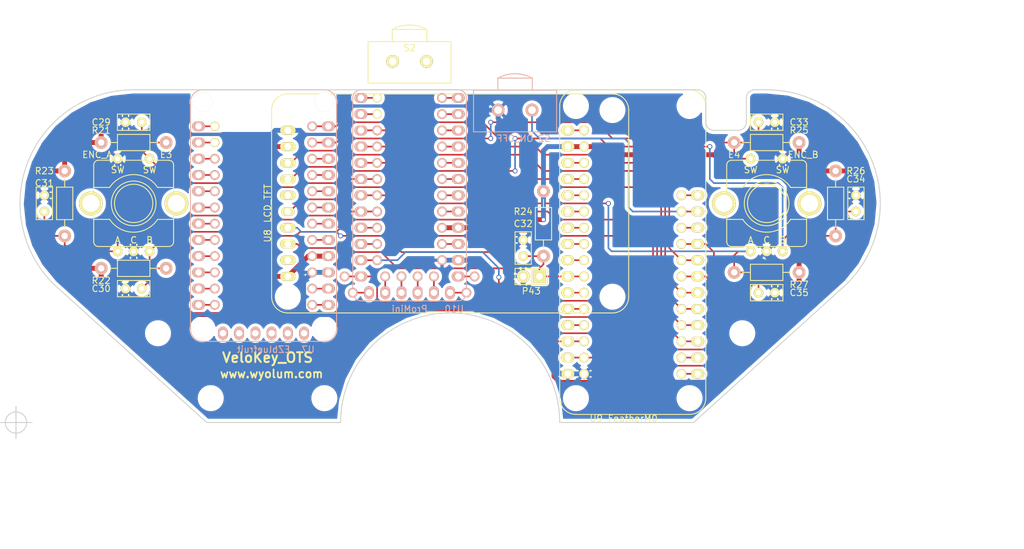
<source format=kicad_pcb>
(kicad_pcb (version 4) (host pcbnew 4.0.1-3.201602080046+6200~38~ubuntu15.04.1-stable)
  (layers (0 F.Cu signal) (31 B.Cu signal) (34 B.Paste user) (35 F.Paste user) (36 B.SilkS user) (37 F.SilkS user) (38 B.Mask user) (39 F.Mask user) (44 Edge.Cuts user))
  (net 0 "")
  (net 1 "Net-(U7-Pad1)")
  (net 2 "Net-(U7-Pad2)")
  (net 3 "Net-(U8-Pad8)")
  (net 4 "Net-(U8-Pad7)")
  (net 5 "Net-(U8-Pad5)")
  (net 6 "Net-(U8-Pad4)")
  (net 7 "Net-(U8-Pad3)")
  (net 8 "Net-(U10-Pad19)")
  (net 9 "Net-(U10-Pad20)")
  (net 10 "Net-(C29-Pad1)")
  (net 11 GND)
  (net 12 "Net-(C30-Pad1)")
  (net 13 "Net-(C31-Pad1)")
  (net 14 "Net-(C32-Pad1)")
  (net 15 "Net-(C33-Pad1)")
  (net 16 "Net-(C34-Pad1)")
  (net 17 "Net-(C35-Pad1)")
  (net 18 /VELO/VCC)
  (net 19 "Net-(U7-Pad3)")
  (net 20 "Net-(U7-Pad4)")
  (net 21 "Net-(U7-Pad5)")
  (net 22 "Net-(U7-Pad6)")
  (net 23 "Net-(U7-Pad7)")
  (net 24 "Net-(U7-Pad8)")
  (net 25 "Net-(U7-Pad11)")
  (net 26 "Net-(U7-Pad12)")
  (net 27 "Net-(U7-Pad19)")
  (net 28 "Net-(U7-Pad20)")
  (net 29 "Net-(U7-Pad21)")
  (net 30 "Net-(U7-Pad22)")
  (net 31 "Net-(U7-Pad23)")
  (net 32 "Net-(U7-Pad24)")
  (net 33 "Net-(U7-Pad25)")
  (net 34 "Net-(U7-Pad26)")
  (net 35 "Net-(U7-Pad27)")
  (net 36 "Net-(U7-Pad28)")
  (net 37 "Net-(U7-Pad29)")
  (net 38 "Net-(U7-Pad30)")
  (net 39 "Net-(U9-Pad1)")
  (net 40 "Net-(U9-Pad2)")
  (net 41 "Net-(U9-Pad10)")
  (net 42 "Net-(U9-Pad12)")
  (net 43 "Net-(U9-Pad13)")
  (net 44 "Net-(U9-Pad15)")
  (net 45 "Net-(U9-Pad16)")
  (net 46 "Net-(U9-Pad17)")
  (net 47 "Net-(U9-Pad18)")
  (net 48 "Net-(U9-Pad19)")
  (net 49 "Net-(U9-Pad20)")
  (net 50 "Net-(U9-Pad21)")
  (net 51 "Net-(U9-Pad23)")
  (net 52 "Net-(U9-Pad24)")
  (net 53 "Net-(U9-Pad25)")
  (net 54 "Net-(U10-Pad1)")
  (net 55 "Net-(U10-Pad2)")
  (net 56 "Net-(U10-Pad3)")
  (net 57 "Net-(U10-Pad4)")
  (net 58 "Net-(U10-Pad5)")
  (net 59 "Net-(U10-Pad6)")
  (net 60 "Net-(U10-Pad7)")
  (net 61 "Net-(U10-Pad8)")
  (net 62 "Net-(U10-Pad10)")
  (net 63 "Net-(U10-Pad12)")
  (net 64 "Net-(U10-Pad13)")
  (net 65 "Net-(U10-Pad14)")
  (net 66 "Net-(U10-Pad15)")
  (net 67 "Net-(U10-Pad16)")
  (net 68 "Net-(U10-Pad17)")
  (net 69 "Net-(U10-Pad18)")
  (net 70 "Net-(U10-Pad21)")
  (net 71 "Net-(U10-Pad22)")
  (net 72 "Net-(U10-Pad29)")
  (net 73 "Net-(U10-Pad30)")
  (net 74 "Net-(S2-Pad3)")
  (module velokey-footprints:Pro_Mini (layer B.Cu) (at 85.725 39.37 90)
    (fp_text reference U10 (at -17.78 6.985 180) (layer B.SilkS) (effects (font (size 1.016 1.016) (thickness 0.1524)) (justify mirror)))
    (fp_text value ProMini (at -17.78 0 180) (layer B.SilkS) (effects (font (size 1.016 1.016) (thickness 0.1524)) (justify mirror)))
    (pad 1 thru_hole oval (at 15.24 7.62 90) (size 1.524 2.032) (drill 1.016) (layers *.Cu *.Mask B.SilkS) (net 54 "Net-(U10-Pad1)"))
    (pad 2 thru_hole oval (at 12.7 7.62 90) (size 1.524 2.032) (drill 1.016) (layers *.Cu *.Mask B.SilkS) (net 55 "Net-(U10-Pad2)"))
    (pad 3 thru_hole oval (at 10.16 7.62 90) (size 1.524 2.032) (drill 1.016) (layers *.Cu *.Mask B.SilkS) (net 56 "Net-(U10-Pad3)"))
    (pad 4 thru_hole oval (at 7.62 7.62 90) (size 1.524 2.032) (drill 1.016) (layers *.Cu *.Mask B.SilkS) (net 57 "Net-(U10-Pad4)"))
    (pad 5 thru_hole oval (at 5.08 7.62 90) (size 1.524 2.032) (drill 1.016) (layers *.Cu *.Mask B.SilkS) (net 58 "Net-(U10-Pad5)"))
    (pad 6 thru_hole oval (at 2.54 7.62 90) (size 1.524 2.032) (drill 1.016) (layers *.Cu *.Mask B.SilkS) (net 59 "Net-(U10-Pad6)"))
    (pad 7 thru_hole oval (at 0 7.62 90) (size 1.524 2.032) (drill 1.016) (layers *.Cu *.Mask B.SilkS) (net 60 "Net-(U10-Pad7)"))
    (pad 8 thru_hole oval (at -2.54 7.62 90) (size 1.524 2.032) (drill 1.016) (layers *.Cu *.Mask B.SilkS) (net 61 "Net-(U10-Pad8)"))
    (pad 9 thru_hole oval (at -5.08 7.62 90) (size 1.524 2.032) (drill 1.016) (layers *.Cu *.Mask B.SilkS) (net 18 /VELO/VCC))
    (pad 10 thru_hole oval (at -7.62 7.62 90) (size 1.524 2.032) (drill 1.016) (layers *.Cu *.Mask B.SilkS) (net 62 "Net-(U10-Pad10)"))
    (pad 11 thru_hole oval (at -10.16 7.62 90) (size 1.524 2.032) (drill 1.016) (layers *.Cu *.Mask B.SilkS) (net 11 GND))
    (pad 12 thru_hole oval (at -12.7 7.62 90) (size 1.524 2.032) (drill 1.016) (layers *.Cu *.Mask B.SilkS) (net 63 "Net-(U10-Pad12)"))
    (pad 13 thru_hole oval (at -15.24 6.35 90) (size 2.032 1.524) (drill 1.016) (layers *.Cu *.Mask B.SilkS) (net 64 "Net-(U10-Pad13)"))
    (pad 14 thru_hole oval (at -15.24 3.81 90) (size 2.032 1.524) (drill 1.016) (layers *.Cu *.Mask B.SilkS) (net 65 "Net-(U10-Pad14)"))
    (pad 15 thru_hole oval (at -15.24 1.27 90) (size 2.032 1.524) (drill 1.016) (layers *.Cu *.Mask B.SilkS) (net 66 "Net-(U10-Pad15)"))
    (pad 16 thru_hole oval (at -15.24 -1.27 90) (size 2.032 1.524) (drill 1.016) (layers *.Cu *.Mask B.SilkS) (net 67 "Net-(U10-Pad16)"))
    (pad 17 thru_hole oval (at -15.24 -3.81 90) (size 2.032 1.524) (drill 1.016) (layers *.Cu *.Mask B.SilkS) (net 68 "Net-(U10-Pad17)"))
    (pad 18 thru_hole oval (at -15.24 -6.35 90) (size 2.032 1.524) (drill 1.016) (layers *.Cu *.Mask B.SilkS) (net 69 "Net-(U10-Pad18)"))
    (pad 19 thru_hole oval (at -12.699999 -7.62 90) (size 1.524 2.032) (drill 1.016) (layers *.Cu *.Mask B.SilkS) (net 8 "Net-(U10-Pad19)"))
    (pad 20 thru_hole oval (at -10.16 -7.62 90) (size 1.524 2.032) (drill 1.016) (layers *.Cu *.Mask B.SilkS) (net 9 "Net-(U10-Pad20)"))
    (pad 21 thru_hole oval (at -7.62 -7.62 90) (size 1.524 2.032) (drill 1.016) (layers *.Cu *.Mask B.SilkS) (net 70 "Net-(U10-Pad21)"))
    (pad 22 thru_hole oval (at -5.08 -7.62 90) (size 1.524 2.032) (drill 1.016) (layers *.Cu *.Mask B.SilkS) (net 71 "Net-(U10-Pad22)"))
    (pad 23 thru_hole oval (at -2.54 -7.62 90) (size 1.524 2.032) (drill 1.016) (layers *.Cu *.Mask B.SilkS) (net 13 "Net-(C31-Pad1)"))
    (pad 24 thru_hole oval (at 0 -7.62 90) (size 1.524 2.032) (drill 1.016) (layers *.Cu *.Mask B.SilkS) (net 12 "Net-(C30-Pad1)"))
    (pad 25 thru_hole oval (at 2.54 -7.62 90) (size 1.524 2.032) (drill 1.016) (layers *.Cu *.Mask B.SilkS) (net 10 "Net-(C29-Pad1)"))
    (pad 26 thru_hole oval (at 5.08 -7.62 90) (size 1.524 2.032) (drill 1.016) (layers *.Cu *.Mask B.SilkS) (net 17 "Net-(C35-Pad1)"))
    (pad 27 thru_hole oval (at 7.62 -7.62 90) (size 1.524 2.032) (drill 1.016) (layers *.Cu *.Mask B.SilkS) (net 16 "Net-(C34-Pad1)"))
    (pad 28 thru_hole oval (at 10.16 -7.62 90) (size 1.524 2.032) (drill 1.016) (layers *.Cu *.Mask B.SilkS) (net 15 "Net-(C33-Pad1)"))
    (pad 29 thru_hole oval (at 12.7 -7.62 90) (size 1.524 2.032) (drill 1.016) (layers *.Cu *.Mask B.SilkS) (net 72 "Net-(U10-Pad29)"))
    (pad 30 thru_hole oval (at 15.24 -7.62 90) (size 1.524 2.032) (drill 1.016) (layers *.Cu *.Mask B.SilkS) (net 73 "Net-(U10-Pad30)"))
    (pad 1 thru_hole oval (at 15.24 5.08 90) (size 1.524 1.524) (drill 1.016) (layers *.Cu *.Mask B.SilkS) (net 54 "Net-(U10-Pad1)"))
    (pad 2 thru_hole oval (at 12.7 5.08 90) (size 1.524 1.524) (drill 1.016) (layers *.Cu *.Mask B.SilkS) (net 55 "Net-(U10-Pad2)"))
    (pad 3 thru_hole oval (at 10.16 5.08 90) (size 1.524 1.524) (drill 1.016) (layers *.Cu *.Mask B.SilkS) (net 56 "Net-(U10-Pad3)"))
    (pad 4 thru_hole oval (at 7.62 5.08 90) (size 1.524 1.524) (drill 1.016) (layers *.Cu *.Mask B.SilkS) (net 57 "Net-(U10-Pad4)"))
    (pad 5 thru_hole oval (at 5.08 5.08 90) (size 1.524 1.524) (drill 1.016) (layers *.Cu *.Mask B.SilkS) (net 58 "Net-(U10-Pad5)"))
    (pad 6 thru_hole oval (at 2.54 5.08 90) (size 1.524 1.524) (drill 1.016) (layers *.Cu *.Mask B.SilkS) (net 59 "Net-(U10-Pad6)"))
    (pad 7 thru_hole oval (at 0 5.08 90) (size 1.524 1.524) (drill 1.016) (layers *.Cu *.Mask B.SilkS) (net 60 "Net-(U10-Pad7)"))
    (pad 8 thru_hole oval (at -2.54 5.08 90) (size 1.524 1.524) (drill 1.016) (layers *.Cu *.Mask B.SilkS) (net 61 "Net-(U10-Pad8)"))
    (pad 9 thru_hole oval (at -5.08 5.08 90) (size 1.524 1.524) (drill 1.016) (layers *.Cu *.Mask B.SilkS) (net 18 /VELO/VCC))
    (pad 10 thru_hole oval (at -7.62 5.08 90) (size 1.524 1.524) (drill 1.016) (layers *.Cu *.Mask B.SilkS) (net 62 "Net-(U10-Pad10)"))
    (pad 11 thru_hole oval (at -10.16 5.08 90) (size 1.524 1.524) (drill 1.016) (layers *.Cu *.Mask B.SilkS) (net 11 GND))
    (pad 12 thru_hole oval (at -12.7 10.16 90) (size 1.524 1.524) (drill 1.016) (layers *.Cu *.Mask B.SilkS) (net 63 "Net-(U10-Pad12)"))
    (pad 13 thru_hole oval (at -15.24 8.89 90) (size 1.524 1.524) (drill 1.016) (layers *.Cu *.Mask B.SilkS) (net 64 "Net-(U10-Pad13)"))
    (pad 14 thru_hole oval (at -12.7 3.81 90) (size 1.524 1.524) (drill 1.016) (layers *.Cu *.Mask B.SilkS) (net 65 "Net-(U10-Pad14)"))
    (pad 15 thru_hole oval (at -12.7 1.27 90) (size 1.524 1.524) (drill 1.016) (layers *.Cu *.Mask B.SilkS) (net 66 "Net-(U10-Pad15)"))
    (pad 16 thru_hole oval (at -12.7 -1.27 90) (size 1.524 1.524) (drill 1.016) (layers *.Cu *.Mask B.SilkS) (net 67 "Net-(U10-Pad16)"))
    (pad 17 thru_hole oval (at -12.7 -3.81 90) (size 1.524 1.524) (drill 1.016) (layers *.Cu *.Mask B.SilkS) (net 68 "Net-(U10-Pad17)"))
    (pad 18 thru_hole oval (at -15.24 -8.89 90) (size 1.524 1.524) (drill 1.016) (layers *.Cu *.Mask B.SilkS) (net 69 "Net-(U10-Pad18)"))
    (pad 19 thru_hole oval (at -12.7 -10.16 90) (size 1.524 1.524) (drill 1.016) (layers *.Cu *.Mask B.SilkS) (net 8 "Net-(U10-Pad19)"))
    (pad 20 thru_hole oval (at -10.16 -5.08 90) (size 1.524 1.524) (drill 1.016) (layers *.Cu *.Mask B.SilkS) (net 9 "Net-(U10-Pad20)"))
    (pad 21 thru_hole oval (at -7.62 -5.08 90) (size 1.524 1.524) (drill 1.016) (layers *.Cu *.Mask B.SilkS) (net 70 "Net-(U10-Pad21)"))
    (pad 22 thru_hole oval (at -5.08 -5.08 90) (size 1.524 1.524) (drill 1.016) (layers *.Cu *.Mask B.SilkS) (net 71 "Net-(U10-Pad22)"))
    (pad 23 thru_hole oval (at -2.54 -5.08 90) (size 1.524 1.524) (drill 1.016) (layers *.Cu *.Mask B.SilkS) (net 13 "Net-(C31-Pad1)"))
    (pad 24 thru_hole oval (at 0 -5.08 90) (size 1.524 1.524) (drill 1.016) (layers *.Cu *.Mask B.SilkS) (net 12 "Net-(C30-Pad1)"))
    (pad 25 thru_hole oval (at 2.54 -5.08 90) (size 1.524 1.524) (drill 1.016) (layers *.Cu *.Mask B.SilkS) (net 10 "Net-(C29-Pad1)"))
    (pad 26 thru_hole oval (at 5.08 -5.08 90) (size 1.524 1.524) (drill 1.016) (layers *.Cu *.Mask B.SilkS) (net 17 "Net-(C35-Pad1)"))
    (pad 27 thru_hole oval (at 7.62 -5.08 90) (size 1.524 1.524) (drill 1.016) (layers *.Cu *.Mask B.SilkS) (net 16 "Net-(C34-Pad1)"))
    (pad 28 thru_hole oval (at 10.16 -5.08 90) (size 1.524 1.524) (drill 1.016) (layers *.Cu *.Mask B.SilkS) (net 15 "Net-(C33-Pad1)"))
    (pad 29 thru_hole oval (at 12.7 -5.08 90) (size 1.397 1.397) (drill 1.016) (layers *.Cu *.Mask F.SilkS) (net 72 "Net-(U10-Pad29)"))
    (pad 30 thru_hole oval (at 15.24 -5.08 90) (size 1.397 1.397) (drill 1.016) (layers *.Cu *.Mask F.SilkS) (net 73 "Net-(U10-Pad30)"))
  )
  (module velokey-footprints:EZ_bluefruit (layer B.Cu) (at 62.865 42.545 90)
    (fp_text reference U7 (at -20.955 6.985 180) (layer B.SilkS) (effects (font (size 1.016 1.016) (thickness 0.1524)) (justify mirror)))
    (fp_text value EZbluefruit (at -20.955 0 180) (layer B.SilkS) (effects (font (size 1.016 1.016) (thickness 0.1524)) (justify mirror)))
    (pad 1 thru_hole oval (at 13.97 10.16 90) (size 1.524 2.032) (drill 1.016) (layers *.Cu *.Mask B.SilkS) (net 1 "Net-(U7-Pad1)"))
    (pad 2 thru_hole oval (at 11.43 10.16 90) (size 1.524 2.032) (drill 1.016) (layers *.Cu *.Mask B.SilkS) (net 2 "Net-(U7-Pad2)"))
    (pad 3 thru_hole oval (at 8.89 10.16 90) (size 1.524 2.032) (drill 1.016) (layers *.Cu *.Mask B.SilkS) (net 19 "Net-(U7-Pad3)"))
    (pad 4 thru_hole oval (at 6.35 10.16 90) (size 1.524 2.032) (drill 1.016) (layers *.Cu *.Mask B.SilkS) (net 20 "Net-(U7-Pad4)"))
    (pad 5 thru_hole oval (at 3.81 10.16 90) (size 1.524 2.032) (drill 1.016) (layers *.Cu *.Mask B.SilkS) (net 21 "Net-(U7-Pad5)"))
    (pad 6 thru_hole oval (at 1.27 10.16 90) (size 1.524 2.032) (drill 1.016) (layers *.Cu *.Mask B.SilkS) (net 22 "Net-(U7-Pad6)"))
    (pad 7 thru_hole oval (at -1.27 10.16 90) (size 1.524 2.032) (drill 1.016) (layers *.Cu *.Mask B.SilkS) (net 23 "Net-(U7-Pad7)"))
    (pad 8 thru_hole oval (at -3.81 10.16 90) (size 1.524 2.032) (drill 1.016) (layers *.Cu *.Mask B.SilkS) (net 24 "Net-(U7-Pad8)"))
    (pad 9 thru_hole oval (at -6.35 10.16 90) (size 1.524 2.032) (drill 1.016) (layers *.Cu *.Mask B.SilkS) (net 18 /VELO/VCC))
    (pad 10 thru_hole oval (at -8.89 10.16 90) (size 1.524 2.032) (drill 1.016) (layers *.Cu *.Mask B.SilkS) (net 11 GND))
    (pad 11 thru_hole oval (at -11.43 10.16 90) (size 1.524 2.032) (drill 1.016) (layers *.Cu *.Mask B.SilkS) (net 25 "Net-(U7-Pad11)"))
    (pad 12 thru_hole oval (at -13.97 10.16 90) (size 1.524 2.032) (drill 1.016) (layers *.Cu *.Mask B.SilkS) (net 26 "Net-(U7-Pad12)"))
    (pad 13 thru_hole oval (at -18.415 6.35 90) (size 2.032 1.524) (drill 1.016) (layers *.Cu *.Mask B.SilkS))
    (pad 14 thru_hole oval (at -18.415 3.81 90) (size 2.032 1.524) (drill 1.016) (layers *.Cu *.Mask B.SilkS))
    (pad 15 thru_hole oval (at -18.415 1.27 90) (size 2.032 1.524) (drill 1.016) (layers *.Cu *.Mask B.SilkS))
    (pad 16 thru_hole oval (at -18.415 -1.27 90) (size 2.032 1.524) (drill 1.016) (layers *.Cu *.Mask B.SilkS))
    (pad 17 thru_hole oval (at -18.415 -3.81 90) (size 2.032 1.524) (drill 1.016) (layers *.Cu *.Mask B.SilkS))
    (pad 18 thru_hole oval (at -18.415 -6.35 90) (size 2.032 1.524) (drill 1.016) (layers *.Cu *.Mask B.SilkS))
    (pad 19 thru_hole oval (at -13.97 -10.16 90) (size 1.524 2.032) (drill 1.016) (layers *.Cu *.Mask B.SilkS) (net 27 "Net-(U7-Pad19)"))
    (pad 20 thru_hole oval (at -11.43 -10.16 90) (size 1.524 2.032) (drill 1.016) (layers *.Cu *.Mask B.SilkS) (net 28 "Net-(U7-Pad20)"))
    (pad 21 thru_hole oval (at -8.89 -10.16 90) (size 1.524 2.032) (drill 1.016) (layers *.Cu *.Mask B.SilkS) (net 29 "Net-(U7-Pad21)"))
    (pad 22 thru_hole oval (at -6.35 -10.16 90) (size 1.524 2.032) (drill 1.016) (layers *.Cu *.Mask B.SilkS) (net 30 "Net-(U7-Pad22)"))
    (pad 23 thru_hole oval (at -3.81 -10.16 90) (size 1.524 2.032) (drill 1.016) (layers *.Cu *.Mask B.SilkS) (net 31 "Net-(U7-Pad23)"))
    (pad 24 thru_hole oval (at -1.27 -10.16 90) (size 1.524 2.032) (drill 1.016) (layers *.Cu *.Mask B.SilkS) (net 32 "Net-(U7-Pad24)"))
    (pad 25 thru_hole oval (at 1.27 -10.16 90) (size 1.524 2.032) (drill 1.016) (layers *.Cu *.Mask B.SilkS) (net 33 "Net-(U7-Pad25)"))
    (pad 26 thru_hole oval (at 3.81 -10.16 90) (size 1.524 2.032) (drill 1.016) (layers *.Cu *.Mask B.SilkS) (net 34 "Net-(U7-Pad26)"))
    (pad 27 thru_hole oval (at 6.35 -10.16 90) (size 1.524 2.032) (drill 1.016) (layers *.Cu *.Mask B.SilkS) (net 35 "Net-(U7-Pad27)"))
    (pad 28 thru_hole oval (at 8.89 -10.16 90) (size 1.524 2.032) (drill 1.016) (layers *.Cu *.Mask B.SilkS) (net 36 "Net-(U7-Pad28)"))
    (pad 29 thru_hole oval (at 11.43 -10.16 90) (size 1.524 2.032) (drill 1.016) (layers *.Cu *.Mask B.SilkS) (net 37 "Net-(U7-Pad29)"))
    (pad 30 thru_hole oval (at 13.97 -10.16 90) (size 1.524 2.032) (drill 1.016) (layers *.Cu *.Mask B.SilkS) (net 38 "Net-(U7-Pad30)"))
    (pad "" np_thru_hole circle (at -17.78 9.525 90) (size 3.048 3.048) (drill 3.048) (layers *.Cu *.Mask B.SilkS))
    (pad "" np_thru_hole circle (at -17.78 -9.525 90) (size 3.048 3.048) (drill 3.048) (layers *.Cu *.Mask B.SilkS))
    (pad "" np_thru_hole circle (at 17.78 -9.525 90) (size 3.048 3.048) (drill 3.048) (layers *.Cu *.Mask B.SilkS))
    (pad "" np_thru_hole circle (at 17.78 9.525 90) (size 3.048 3.048) (drill 3.048) (layers *.Cu *.Mask B.SilkS))
    (pad 1 thru_hole oval (at 13.97 7.62 90) (size 1.524 1.524) (drill 1.016) (layers *.Cu *.Mask B.SilkS) (net 1 "Net-(U7-Pad1)"))
    (pad 2 thru_hole oval (at 11.43 7.62 90) (size 1.524 1.524) (drill 1.016) (layers *.Cu *.Mask B.SilkS) (net 2 "Net-(U7-Pad2)"))
    (pad 3 thru_hole oval (at 8.89 7.62 90) (size 1.524 1.524) (drill 1.016) (layers *.Cu *.Mask B.SilkS) (net 19 "Net-(U7-Pad3)"))
    (pad 4 thru_hole oval (at 6.35 7.62 90) (size 1.524 1.524) (drill 1.016) (layers *.Cu *.Mask B.SilkS) (net 20 "Net-(U7-Pad4)"))
    (pad 5 thru_hole oval (at 3.81 7.62 90) (size 1.524 1.524) (drill 1.016) (layers *.Cu *.Mask B.SilkS) (net 21 "Net-(U7-Pad5)"))
    (pad 6 thru_hole oval (at 1.27 7.62 90) (size 1.524 1.524) (drill 1.016) (layers *.Cu *.Mask B.SilkS) (net 22 "Net-(U7-Pad6)"))
    (pad 7 thru_hole oval (at -1.27 7.62 90) (size 1.524 1.524) (drill 1.016) (layers *.Cu *.Mask B.SilkS) (net 23 "Net-(U7-Pad7)"))
    (pad 8 thru_hole oval (at -3.81 7.62 90) (size 1.524 1.524) (drill 1.016) (layers *.Cu *.Mask B.SilkS) (net 24 "Net-(U7-Pad8)"))
    (pad 9 thru_hole oval (at -6.35 7.62 90) (size 1.524 1.524) (drill 1.016) (layers *.Cu *.Mask B.SilkS) (net 18 /VELO/VCC))
    (pad 10 thru_hole oval (at -8.89 7.62 90) (size 1.524 1.524) (drill 1.016) (layers *.Cu *.Mask B.SilkS) (net 11 GND))
    (pad 11 thru_hole oval (at -11.43 7.62 90) (size 1.524 1.524) (drill 1.016) (layers *.Cu *.Mask B.SilkS) (net 25 "Net-(U7-Pad11)"))
    (pad 12 thru_hole oval (at -13.97 7.62 90) (size 1.524 1.524) (drill 1.016) (layers *.Cu *.Mask B.SilkS) (net 26 "Net-(U7-Pad12)"))
    (pad 19 thru_hole oval (at -13.97 -7.62 90) (size 1.524 1.524) (drill 1.016) (layers *.Cu *.Mask B.SilkS) (net 27 "Net-(U7-Pad19)"))
    (pad 20 thru_hole oval (at -11.43 -7.62 90) (size 1.524 1.524) (drill 1.016) (layers *.Cu *.Mask B.SilkS) (net 28 "Net-(U7-Pad20)"))
    (pad 21 thru_hole oval (at -8.89 -7.62 90) (size 1.524 1.524) (drill 1.016) (layers *.Cu *.Mask B.SilkS) (net 29 "Net-(U7-Pad21)"))
    (pad 22 thru_hole oval (at -6.35 -7.62 90) (size 1.524 1.524) (drill 1.016) (layers *.Cu *.Mask B.SilkS) (net 30 "Net-(U7-Pad22)"))
    (pad 23 thru_hole oval (at -3.81 -7.62 90) (size 1.524 1.524) (drill 1.016) (layers *.Cu *.Mask B.SilkS) (net 31 "Net-(U7-Pad23)"))
    (pad 24 thru_hole oval (at -1.27 -7.62 90) (size 1.524 1.524) (drill 1.016) (layers *.Cu *.Mask B.SilkS) (net 32 "Net-(U7-Pad24)"))
    (pad 25 thru_hole oval (at 1.27 -7.62 90) (size 1.524 1.524) (drill 1.016) (layers *.Cu *.Mask B.SilkS) (net 33 "Net-(U7-Pad25)"))
    (pad 26 thru_hole oval (at 3.81 -7.62 90) (size 1.524 1.524) (drill 1.016) (layers *.Cu *.Mask B.SilkS) (net 34 "Net-(U7-Pad26)"))
    (pad 27 thru_hole oval (at 6.35 -7.62 90) (size 1.524 1.524) (drill 1.016) (layers *.Cu *.Mask B.SilkS) (net 35 "Net-(U7-Pad27)"))
    (pad 28 thru_hole oval (at 8.89 -7.62 90) (size 1.524 1.524) (drill 1.016) (layers *.Cu *.Mask B.SilkS) (net 36 "Net-(U7-Pad28)"))
    (pad 29 thru_hole oval (at 11.43 -7.62 90) (size 1.397 1.397) (drill 1.016) (layers *.Cu *.Mask F.SilkS) (net 37 "Net-(U7-Pad29)"))
    (pad 30 thru_hole oval (at 13.97 -7.62 90) (size 1.397 1.397) (drill 1.016) (layers *.Cu *.Mask F.SilkS) (net 38 "Net-(U7-Pad30)"))
  )
  (module velokey-footprints:MountingHole_3mm (layer F.Cu) (at 46.355 60.96)
    (fp_text reference H1 hide)
    (fp_text value MTG_HOLE hide)
    (pad "" np_thru_hole circle (at 0 0) (size 3.048 3.048) (drill 3.048) (layers *.Cu *.Mask F.SilkS))
  )
  (module velokey-footprints:MountingHole_3mm (layer F.Cu) (at 137.795 60.96)
    (fp_text reference H4 hide)
    (fp_text value MTG_HOLE hide)
    (pad "" np_thru_hole circle (at 0 0) (size 3.048 3.048) (drill 3.048) (layers *.Cu *.Mask F.SilkS))
  )
  (module velokey-footprints:MountingHole_3mm (layer F.Cu) (at 54.61 71.12)
    (fp_text reference H2 hide)
    (fp_text value MTG_HOLE hide)
    (pad "" np_thru_hole circle (at 0 0) (size 3.048 3.048) (drill 3.048) (layers *.Cu *.Mask F.SilkS))
  )
  (module velokey-footprints:MountingHole_3mm (layer F.Cu) (at 72.39 71.12)
    (fp_text reference H3 hide)
    (fp_text value MTG_HOLE hide)
    (pad "" np_thru_hole circle (at 0 0) (size 3.048 3.048) (drill 3.048) (layers *.Cu *.Mask F.SilkS))
  )
  (module velokey-footprints:Capacitor3MMDiscRM2.5 (layer F.Cu) (at 141.605 54.61)
    (fp_text reference C35 (at 5.08 0) (layer F.SilkS) (effects (font (size 1.016 1.016) (thickness 0.1524))))
    (fp_text value 1uF hide)
    (pad 1 thru_hole circle (at -1.27 0) (size 1.50114 1.50114) (drill 0.8001) (layers *.Cu *.Mask F.SilkS) (net 17 "Net-(C35-Pad1)"))
    (pad 2 thru_hole circle (at 1.27 0) (size 1.50114 1.50114) (drill 0.8001) (layers *.Cu *.Mask F.SilkS) (net 11 GND))
  )
  (module velokey-footprints:Capacitor3MMDiscRM2.5 (layer F.Cu) (at 155.575 40.64 90)
    (fp_text reference C34 (at 3.81 0 180) (layer F.SilkS) (effects (font (size 1.016 1.016) (thickness 0.1524))))
    (fp_text value 1uF hide)
    (pad 1 thru_hole circle (at -1.27 0 90) (size 1.50114 1.50114) (drill 0.8001) (layers *.Cu *.Mask F.SilkS) (net 16 "Net-(C34-Pad1)"))
    (pad 2 thru_hole circle (at 1.27 0 90) (size 1.50114 1.50114) (drill 0.8001) (layers *.Cu *.Mask F.SilkS) (net 11 GND))
  )
  (module velokey-footprints:Capacitor3MMDiscRM2.5 (layer F.Cu) (at 141.605 27.94)
    (fp_text reference C33 (at 5.08 0) (layer F.SilkS) (effects (font (size 1.016 1.016) (thickness 0.1524))))
    (fp_text value 1uF hide)
    (pad 1 thru_hole circle (at -1.27 0) (size 1.50114 1.50114) (drill 0.8001) (layers *.Cu *.Mask F.SilkS) (net 15 "Net-(C33-Pad1)"))
    (pad 2 thru_hole circle (at 1.27 0) (size 1.50114 1.50114) (drill 0.8001) (layers *.Cu *.Mask F.SilkS) (net 11 GND))
  )
  (module velokey-footprints:Capacitor3MMDiscRM2.5 (layer F.Cu) (at 103.505 47.625 90)
    (fp_text reference C32 (at 3.81 0 180) (layer F.SilkS) (effects (font (size 1.016 1.016) (thickness 0.1524))))
    (fp_text value 1uF hide)
    (pad 1 thru_hole circle (at -1.27 0 90) (size 1.50114 1.50114) (drill 0.8001) (layers *.Cu *.Mask F.SilkS) (net 14 "Net-(C32-Pad1)"))
    (pad 2 thru_hole circle (at 1.27 0 90) (size 1.50114 1.50114) (drill 0.8001) (layers *.Cu *.Mask F.SilkS) (net 11 GND))
  )
  (module velokey-footprints:Capacitor3MMDiscRM2.5 (layer F.Cu) (at 28.575 40.64 90)
    (fp_text reference C31 (at 3.175 0 180) (layer F.SilkS) (effects (font (size 1.016 1.016) (thickness 0.1524))))
    (fp_text value 1uF hide)
    (pad 1 thru_hole circle (at -1.27 0 90) (size 1.50114 1.50114) (drill 0.8001) (layers *.Cu *.Mask F.SilkS) (net 13 "Net-(C31-Pad1)"))
    (pad 2 thru_hole circle (at 1.27 0 90) (size 1.50114 1.50114) (drill 0.8001) (layers *.Cu *.Mask F.SilkS) (net 11 GND))
  )
  (module velokey-footprints:Capacitor3MMDiscRM2.5 (layer F.Cu) (at 42.545 53.975 180)
    (fp_text reference C30 (at 5.08 0 180) (layer F.SilkS) (effects (font (size 1.016 1.016) (thickness 0.1524))))
    (fp_text value 1uF hide)
    (pad 1 thru_hole circle (at -1.27 0 180) (size 1.50114 1.50114) (drill 0.8001) (layers *.Cu *.Mask F.SilkS) (net 12 "Net-(C30-Pad1)"))
    (pad 2 thru_hole circle (at 1.27 0 180) (size 1.50114 1.50114) (drill 0.8001) (layers *.Cu *.Mask F.SilkS) (net 11 GND))
  )
  (module velokey-footprints:Capacitor3MMDiscRM2.5 (layer F.Cu) (at 42.545 27.94 180)
    (fp_text reference C29 (at 5.08 0 180) (layer F.SilkS) (effects (font (size 1.016 1.016) (thickness 0.1524))))
    (fp_text value 1uF hide)
    (pad 1 thru_hole circle (at -1.27 0 180) (size 1.50114 1.50114) (drill 0.8001) (layers *.Cu *.Mask F.SilkS) (net 10 "Net-(C29-Pad1)"))
    (pad 2 thru_hole circle (at 1.27 0 180) (size 1.50114 1.50114) (drill 0.8001) (layers *.Cu *.Mask F.SilkS) (net 11 GND))
  )
  (module velokey-footprints:Resistor_Horizontal_RM10mm (layer F.Cu) (at 141.605 51.435 180)
    (fp_text reference R27 (at -5.08 -1.905 180) (layer F.SilkS) (effects (font (size 1.016 1.016) (thickness 0.1524))))
    (fp_text value 10k hide)
    (pad 1 thru_hole circle (at -5.08 0 180) (size 1.99898 1.99898) (drill 1.00076) (layers *.Cu *.SilkS *.Mask) (net 18 /VELO/VCC))
    (pad 2 thru_hole circle (at 5.08 0 180) (size 1.99898 1.99898) (drill 1.00076) (layers *.Cu *.SilkS *.Mask) (net 17 "Net-(C35-Pad1)"))
  )
  (module velokey-footprints:Resistor_Horizontal_RM10mm (layer F.Cu) (at 152.4 40.64 270)
    (fp_text reference R26 (at -5.08 -3.175 360) (layer F.SilkS) (effects (font (size 1.016 1.016) (thickness 0.1524))))
    (fp_text value 10k hide)
    (pad 1 thru_hole circle (at -5.08 0 270) (size 1.99898 1.99898) (drill 1.00076) (layers *.Cu *.SilkS *.Mask) (net 18 /VELO/VCC))
    (pad 2 thru_hole circle (at 5.08 0 270) (size 1.99898 1.99898) (drill 1.00076) (layers *.Cu *.SilkS *.Mask) (net 16 "Net-(C34-Pad1)"))
  )
  (module velokey-footprints:Resistor_Horizontal_RM10mm (layer F.Cu) (at 141.605 31.115 180)
    (fp_text reference R25 (at -5.08 1.905 180) (layer F.SilkS) (effects (font (size 1.016 1.016) (thickness 0.1524))))
    (fp_text value 10k hide)
    (pad 1 thru_hole circle (at -5.08 0 180) (size 1.99898 1.99898) (drill 1.00076) (layers *.Cu *.SilkS *.Mask) (net 18 /VELO/VCC))
    (pad 2 thru_hole circle (at 5.08 0 180) (size 1.99898 1.99898) (drill 1.00076) (layers *.Cu *.SilkS *.Mask) (net 15 "Net-(C33-Pad1)"))
  )
  (module velokey-footprints:Resistor_Horizontal_RM10mm (layer F.Cu) (at 106.68 43.815 270)
    (fp_text reference R24 (at -1.905 3.175 360) (layer F.SilkS) (effects (font (size 1.016 1.016) (thickness 0.1524))))
    (fp_text value 10k hide)
    (pad 1 thru_hole circle (at -5.08 0 270) (size 1.99898 1.99898) (drill 1.00076) (layers *.Cu *.SilkS *.Mask) (net 18 /VELO/VCC))
    (pad 2 thru_hole circle (at 5.08 0 270) (size 1.99898 1.99898) (drill 1.00076) (layers *.Cu *.SilkS *.Mask) (net 14 "Net-(C32-Pad1)"))
  )
  (module velokey-footprints:Resistor_Horizontal_RM10mm (layer F.Cu) (at 31.75 40.64 270)
    (fp_text reference R23 (at -5.08 3.175 360) (layer F.SilkS) (effects (font (size 1.016 1.016) (thickness 0.1524))))
    (fp_text value 10k hide)
    (pad 1 thru_hole circle (at -5.08 0 270) (size 1.99898 1.99898) (drill 1.00076) (layers *.Cu *.SilkS *.Mask) (net 18 /VELO/VCC))
    (pad 2 thru_hole circle (at 5.08 0 270) (size 1.99898 1.99898) (drill 1.00076) (layers *.Cu *.SilkS *.Mask) (net 13 "Net-(C31-Pad1)"))
  )
  (module velokey-footprints:Resistor_Horizontal_RM10mm (layer F.Cu) (at 42.545 50.8)
    (fp_text reference R22 (at -5.08 1.905) (layer F.SilkS) (effects (font (size 1.016 1.016) (thickness 0.1524))))
    (fp_text value 10k hide)
    (pad 1 thru_hole circle (at -5.08 0) (size 1.99898 1.99898) (drill 1.00076) (layers *.Cu *.SilkS *.Mask) (net 18 /VELO/VCC))
    (pad 2 thru_hole circle (at 5.08 0) (size 1.99898 1.99898) (drill 1.00076) (layers *.Cu *.SilkS *.Mask) (net 12 "Net-(C30-Pad1)"))
  )
  (module velokey-footprints:Resistor_Horizontal_RM10mm (layer F.Cu) (at 42.545 31.115)
    (fp_text reference R21 (at -5.08 -1.905) (layer F.SilkS) (effects (font (size 1.016 1.016) (thickness 0.1524))))
    (fp_text value 10k hide)
    (pad 1 thru_hole circle (at -5.08 0) (size 1.99898 1.99898) (drill 1.00076) (layers *.Cu *.SilkS *.Mask) (net 18 /VELO/VCC))
    (pad 2 thru_hole circle (at 5.08 0) (size 1.99898 1.99898) (drill 1.00076) (layers *.Cu *.SilkS *.Mask) (net 10 "Net-(C29-Pad1)"))
  )
  (module velokey-footprints:Encoder (layer F.Cu) (at 141.605 40.64)
    (fp_text reference E4 (at -5.08 -7.62) (layer F.SilkS) (effects (font (size 1.016 1.016) (thickness 0.1524))))
    (fp_text value ENC_B (at 5.715 -7.62) (layer F.SilkS) (effects (font (size 1.016 1.016) (thickness 0.1524))))
    (fp_text user C (at 0 5.75) (layer F.SilkS) (effects (font (size 1.016 1.016) (thickness 0.1524))))
    (fp_text user A (at -2.5 5.75) (layer F.SilkS) (effects (font (size 1.016 1.016) (thickness 0.1524))))
    (fp_text user B (at 2.5 5.75) (layer F.SilkS) (effects (font (size 1.016 1.016) (thickness 0.1524))))
    (fp_text user SW (at -2.5 -5.25) (layer F.SilkS) (effects (font (size 1.016 1.016) (thickness 0.1524))))
    (fp_text user SW (at 2.5 -5.25) (layer F.SilkS) (effects (font (size 1.016 1.016) (thickness 0.1524))))
    (pad 2 thru_hole circle (at 0 7.5) (size 1.524 1.524) (drill 0.762) (layers *.Cu *.Mask F.SilkS) (net 11 GND))
    (pad 1 thru_hole circle (at -2.5 7.5) (size 1.524 1.524) (drill 0.762) (layers *.Cu *.Mask F.SilkS) (net 17 "Net-(C35-Pad1)"))
    (pad 3 thru_hole circle (at 2.5 7.5) (size 1.524 1.524) (drill 0.762) (layers *.Cu *.Mask F.SilkS) (net 16 "Net-(C34-Pad1)"))
    (pad 4 thru_hole circle (at -2.5 -7) (size 1.524 1.524) (drill 0.762) (layers *.Cu *.Mask F.SilkS) (net 15 "Net-(C33-Pad1)"))
    (pad 5 thru_hole circle (at 2.5 -7) (size 1.524 1.524) (drill 0.762) (layers *.Cu *.Mask F.SilkS) (net 11 GND))
    (pad "" thru_hole circle (at 6.7 0) (size 3.7 3.7) (drill 2.7) (layers *.Cu *.Mask F.SilkS))
    (pad "" thru_hole circle (at -6.7 0) (size 3.7 3.7) (drill 2.7) (layers *.Cu *.Mask F.SilkS))
  )
  (module velokey-footprints:Encoder (layer F.Cu) (at 42.545 40.64)
    (fp_text reference E3 (at 5.08 -7.62) (layer F.SilkS) (effects (font (size 1.016 1.016) (thickness 0.1524))))
    (fp_text value ENC_A (at -5.715 -7.62) (layer F.SilkS) (effects (font (size 1.016 1.016) (thickness 0.1524))))
    (fp_text user C (at 0 5.75) (layer F.SilkS) (effects (font (size 1.016 1.016) (thickness 0.1524))))
    (fp_text user A (at -2.5 5.75) (layer F.SilkS) (effects (font (size 1.016 1.016) (thickness 0.1524))))
    (fp_text user B (at 2.5 5.75) (layer F.SilkS) (effects (font (size 1.016 1.016) (thickness 0.1524))))
    (fp_text user SW (at -2.5 -5.25) (layer F.SilkS) (effects (font (size 1.016 1.016) (thickness 0.1524))))
    (fp_text user SW (at 2.5 -5.25) (layer F.SilkS) (effects (font (size 1.016 1.016) (thickness 0.1524))))
    (pad 2 thru_hole circle (at 0 7.5) (size 1.524 1.524) (drill 0.762) (layers *.Cu *.Mask F.SilkS) (net 11 GND))
    (pad 1 thru_hole circle (at -2.5 7.5) (size 1.524 1.524) (drill 0.762) (layers *.Cu *.Mask F.SilkS) (net 13 "Net-(C31-Pad1)"))
    (pad 3 thru_hole circle (at 2.5 7.5) (size 1.524 1.524) (drill 0.762) (layers *.Cu *.Mask F.SilkS) (net 12 "Net-(C30-Pad1)"))
    (pad 4 thru_hole circle (at -2.5 -7) (size 1.524 1.524) (drill 0.762) (layers *.Cu *.Mask F.SilkS) (net 11 GND))
    (pad 5 thru_hole circle (at 2.5 -7) (size 1.524 1.524) (drill 0.762) (layers *.Cu *.Mask F.SilkS) (net 10 "Net-(C29-Pad1)"))
    (pad "" thru_hole circle (at 6.7 0) (size 3.7 3.7) (drill 2.7) (layers *.Cu *.Mask F.SilkS))
    (pad "" thru_hole circle (at -6.7 0) (size 3.7 3.7) (drill 2.7) (layers *.Cu *.Mask F.SilkS))
  )
  (module velokey-footprints:LCD_TFT (layer F.Cu) (at 92.075 40.64)
    (fp_text reference U8 (at -28.575 5.08 90) (layer F.SilkS) (effects (font (size 1.016 1.016) (thickness 0.1524))))
    (fp_text value LCD_TFT (at -28.575 0 90) (layer F.SilkS) (effects (font (size 1.016 1.016) (thickness 0.1524))))
    (pad 10 thru_hole oval (at -25.4 -11.43) (size 2.413 1.397) (drill 1.016) (layers *.Cu *.Mask F.SilkS) (net 11 GND))
    (pad 9 thru_hole oval (at -25.4 -8.89) (size 2.413 1.397) (drill 1.016) (layers *.Cu *.Mask F.SilkS) (net 18 /VELO/VCC))
    (pad 8 thru_hole oval (at -25.4 -6.35) (size 2.413 1.397) (drill 1.016) (layers *.Cu *.Mask F.SilkS) (net 3 "Net-(U8-Pad8)"))
    (pad 7 thru_hole oval (at -25.4 -3.81) (size 2.413 1.397) (drill 1.016) (layers *.Cu *.Mask F.SilkS) (net 4 "Net-(U8-Pad7)"))
    (pad 6 thru_hole oval (at -25.4 -1.27) (size 2.413 1.397) (drill 1.016) (layers *.Cu *.Mask F.SilkS))
    (pad 5 thru_hole oval (at -25.4 1.27) (size 2.032 1.397) (drill 1.016) (layers *.Cu *.Mask F.SilkS) (net 5 "Net-(U8-Pad5)"))
    (pad 4 thru_hole oval (at -25.4 3.81) (size 2.413 1.397) (drill 1.016) (layers *.Cu *.Mask F.SilkS) (net 6 "Net-(U8-Pad4)"))
    (pad 3 thru_hole oval (at -25.4 6.35) (size 2.413 1.397) (drill 1.016) (layers *.Cu *.Mask F.SilkS) (net 7 "Net-(U8-Pad3)"))
    (pad 2 thru_hole oval (at -25.4 8.89) (size 2.413 1.397) (drill 1.016) (layers *.Cu *.Mask F.SilkS))
    (pad 1 thru_hole oval (at -25.4 11.43) (size 2.413 1.397) (drill 1.016) (layers *.Cu *.Mask F.SilkS) (net 18 /VELO/VCC))
    (pad "" np_thru_hole circle (at -25.4 14.605) (size 3.048 3.048) (drill 3.048) (layers *.Cu *.Mask F.SilkS))
    (pad "" np_thru_hole circle (at 25.4 14.605) (size 3.048 3.048) (drill 3.048) (layers *.Cu *.Mask F.SilkS))
    (pad "" np_thru_hole circle (at 25.4 -14.605) (size 3.048 3.048) (drill 3.048) (layers *.Cu *.Mask F.SilkS))
    (pad "" np_thru_hole circle (at -25.4 -14.605) (size 3.048 3.048) (drill 3.048) (layers *.Cu *.Mask F.SilkS))
  )
  (module velokey-footprints:SW_SPST (layer B.Cu) (at 102.235 26.035 90)
    (fp_text reference S2 (at -4.445 4.555 360) (layer B.SilkS) (effects (font (size 1.016 1.016) (thickness 0.1524)) (justify mirror)))
    (fp_text value ON_OFF (at -4.445 0 180) (layer B.SilkS) (effects (font (size 1.016 1.016) (thickness 0.1524)) (justify mirror)))
    (pad 1 thru_hole circle (at 0 -2.65 90) (size 2 2) (drill 1.2) (layers *.Cu *.Mask B.SilkS) (net 11 GND))
    (pad 3 thru_hole circle (at 0 2.65 90) (size 2 2) (drill 1.2) (layers *.Cu *.Mask B.SilkS) (net 74 "Net-(S2-Pad3)"))
  )
  (module velokey-footprints:FeatherM0 (layer F.Cu) (at 120.65 48.26 270)
    (fp_text reference U9 (at 26.035 5.715 360) (layer F.SilkS) (effects (font (size 1.016 1.016) (thickness 0.1524))))
    (fp_text value FeatherM0 (at 26.035 0 360) (layer F.SilkS) (effects (font (size 1.016 1.016) (thickness 0.1524))))
    (pad 1 thru_hole oval (at 19.05 -10.16 270) (size 1.524 2.032) (drill 1.016) (layers *.Cu *.Mask F.SilkS) (net 39 "Net-(U9-Pad1)"))
    (pad 2 thru_hole oval (at 16.51 -10.16 270) (size 1.524 2.032) (drill 1.016) (layers *.Cu *.Mask F.SilkS) (net 40 "Net-(U9-Pad2)"))
    (pad 3 thru_hole oval (at 13.97 -10.16 270) (size 1.524 2.032) (drill 1.016) (layers *.Cu *.Mask F.SilkS) (net 5 "Net-(U8-Pad5)"))
    (pad 4 thru_hole oval (at 11.43 -10.16 270) (size 1.524 2.032) (drill 1.016) (layers *.Cu *.Mask F.SilkS) (net 4 "Net-(U8-Pad7)"))
    (pad 5 thru_hole oval (at 8.89 -10.16 270) (size 1.524 2.032) (drill 1.016) (layers *.Cu *.Mask F.SilkS) (net 3 "Net-(U8-Pad8)"))
    (pad 6 thru_hole oval (at 6.35 -10.16 270) (size 1.524 2.032) (drill 1.016) (layers *.Cu *.Mask F.SilkS) (net 2 "Net-(U7-Pad2)"))
    (pad 7 thru_hole oval (at 3.81 -10.16 270) (size 1.524 2.032) (drill 1.016) (layers *.Cu *.Mask F.SilkS) (net 6 "Net-(U8-Pad4)"))
    (pad 8 thru_hole oval (at 1.27 -10.16 270) (size 1.524 2.032) (drill 1.016) (layers *.Cu *.Mask F.SilkS) (net 1 "Net-(U7-Pad1)"))
    (pad 9 thru_hole oval (at -1.27 -10.16 270) (size 1.524 2.032) (drill 1.016) (layers *.Cu *.Mask F.SilkS) (net 7 "Net-(U8-Pad3)"))
    (pad 10 thru_hole oval (at -3.81 -10.16 270) (size 1.524 2.032) (drill 1.016) (layers *.Cu *.Mask F.SilkS) (net 41 "Net-(U9-Pad10)"))
    (pad 11 thru_hole oval (at -6.35 -10.16 270) (size 1.524 2.032) (drill 1.016) (layers *.Cu *.Mask F.SilkS) (net 74 "Net-(S2-Pad3)"))
    (pad 12 thru_hole oval (at -8.89 -10.16 270) (size 1.524 2.032) (drill 1.016) (layers *.Cu *.Mask F.SilkS) (net 42 "Net-(U9-Pad12)"))
    (pad 13 thru_hole oval (at -19.05 10.16 270) (size 1.524 2.032) (drill 1.016) (layers *.Cu *.Mask F.SilkS) (net 43 "Net-(U9-Pad13)"))
    (pad 14 thru_hole oval (at -16.51 10.16 270) (size 1.524 2.032) (drill 1.016) (layers *.Cu *.Mask F.SilkS) (net 18 /VELO/VCC))
    (pad 15 thru_hole oval (at -13.97 10.16 270) (size 1.524 2.032) (drill 1.016) (layers *.Cu *.Mask F.SilkS) (net 44 "Net-(U9-Pad15)"))
    (pad 16 thru_hole oval (at -11.43 10.16 270) (size 1.524 2.032) (drill 1.016) (layers *.Cu *.Mask F.SilkS) (net 45 "Net-(U9-Pad16)"))
    (pad 17 thru_hole oval (at -8.89 10.16 270) (size 1.524 2.032) (drill 1.016) (layers *.Cu *.Mask F.SilkS) (net 46 "Net-(U9-Pad17)"))
    (pad 18 thru_hole oval (at -6.35 10.16 270) (size 1.524 2.032) (drill 1.016) (layers *.Cu *.Mask F.SilkS) (net 47 "Net-(U9-Pad18)"))
    (pad 19 thru_hole oval (at -3.81 10.16 270) (size 1.524 2.032) (drill 1.016) (layers *.Cu *.Mask F.SilkS) (net 48 "Net-(U9-Pad19)"))
    (pad 20 thru_hole oval (at -1.27 10.16 270) (size 1.524 2.032) (drill 1.016) (layers *.Cu *.Mask F.SilkS) (net 49 "Net-(U9-Pad20)"))
    (pad 21 thru_hole oval (at 1.27 10.16 270) (size 1.524 2.032) (drill 1.016) (layers *.Cu *.Mask F.SilkS) (net 50 "Net-(U9-Pad21)"))
    (pad 22 thru_hole oval (at 3.81 10.16 270) (size 1.524 2.032) (drill 1.016) (layers *.Cu *.Mask F.SilkS) (net 14 "Net-(C32-Pad1)"))
    (pad 23 thru_hole oval (at 6.35 10.16 270) (size 1.524 2.032) (drill 1.016) (layers *.Cu *.Mask F.SilkS) (net 51 "Net-(U9-Pad23)"))
    (pad 24 thru_hole oval (at 8.89 10.16 270) (size 1.524 2.032) (drill 1.016) (layers *.Cu *.Mask F.SilkS) (net 52 "Net-(U9-Pad24)"))
    (pad 25 thru_hole oval (at 11.43 10.16 270) (size 1.524 2.032) (drill 1.016) (layers *.Cu *.Mask F.SilkS) (net 53 "Net-(U9-Pad25)"))
    (pad 26 thru_hole oval (at 13.97 10.16 270) (size 1.524 2.032) (drill 1.016) (layers *.Cu *.Mask F.SilkS) (net 8 "Net-(U10-Pad19)"))
    (pad 27 thru_hole oval (at 16.51 10.16 270) (size 1.524 2.032) (drill 1.016) (layers *.Cu *.Mask F.SilkS) (net 9 "Net-(U10-Pad20)"))
    (pad 28 thru_hole oval (at 19.05 10.16 270) (size 1.524 2.032) (drill 1.016) (layers *.Cu *.Mask F.SilkS) (net 11 GND))
    (pad "" np_thru_hole circle (at -22.86 -8.89 270) (size 3.048 3.048) (drill 3.048) (layers *.Cu *.Mask F.SilkS))
    (pad "" np_thru_hole circle (at -22.86 8.89 270) (size 3.048 3.048) (drill 3.048) (layers *.Cu *.Mask F.SilkS))
    (pad 1 thru_hole circle (at 19.05 -7.62 270) (size 1.524 1.524) (drill 1.016) (layers *.Cu *.Mask F.SilkS) (net 39 "Net-(U9-Pad1)"))
    (pad 2 thru_hole circle (at 16.51 -7.62 270) (size 1.524 1.524) (drill 1.016) (layers *.Cu *.Mask F.SilkS) (net 40 "Net-(U9-Pad2)"))
    (pad 3 thru_hole circle (at 13.97 -7.62 270) (size 1.524 1.524) (drill 1.016) (layers *.Cu *.Mask F.SilkS) (net 5 "Net-(U8-Pad5)"))
    (pad 4 thru_hole circle (at 11.43 -7.62 270) (size 1.524 1.524) (drill 1.016) (layers *.Cu *.Mask F.SilkS) (net 4 "Net-(U8-Pad7)"))
    (pad 5 thru_hole circle (at 8.89 -7.62 270) (size 1.524 1.524) (drill 1.016) (layers *.Cu *.Mask F.SilkS) (net 3 "Net-(U8-Pad8)"))
    (pad 6 thru_hole circle (at 6.35 -7.62 270) (size 1.524 1.524) (drill 1.016) (layers *.Cu *.Mask F.SilkS) (net 2 "Net-(U7-Pad2)"))
    (pad 7 thru_hole circle (at 3.81 -7.62 270) (size 1.524 1.524) (drill 1.016) (layers *.Cu *.Mask F.SilkS) (net 6 "Net-(U8-Pad4)"))
    (pad 8 thru_hole circle (at 1.27 -7.62 270) (size 1.524 1.524) (drill 1.016) (layers *.Cu *.Mask F.SilkS) (net 1 "Net-(U7-Pad1)"))
    (pad 9 thru_hole circle (at -1.27 -7.62 270) (size 1.524 1.524) (drill 1.016) (layers *.Cu *.Mask F.SilkS) (net 7 "Net-(U8-Pad3)"))
    (pad 10 thru_hole circle (at -3.81 -7.62 270) (size 1.524 1.524) (drill 1.016) (layers *.Cu *.Mask F.SilkS) (net 41 "Net-(U9-Pad10)"))
    (pad 11 thru_hole circle (at -6.35 -7.62 270) (size 1.524 1.524) (drill 1.016) (layers *.Cu *.Mask F.SilkS) (net 74 "Net-(S2-Pad3)"))
    (pad 12 thru_hole circle (at -8.89 -7.62 270) (size 1.524 1.524) (drill 1.016) (layers *.Cu *.Mask F.SilkS) (net 42 "Net-(U9-Pad12)"))
    (pad 13 thru_hole circle (at -19.05 7.62 270) (size 1.524 1.524) (drill 1.016) (layers *.Cu *.Mask F.SilkS) (net 43 "Net-(U9-Pad13)"))
    (pad 14 thru_hole circle (at -16.51 7.62 270) (size 1.524 1.524) (drill 1.016) (layers *.Cu *.Mask F.SilkS) (net 18 /VELO/VCC))
    (pad 15 thru_hole circle (at -13.97 7.62 270) (size 1.524 1.524) (drill 1.016) (layers *.Cu *.Mask F.SilkS) (net 44 "Net-(U9-Pad15)"))
    (pad 16 thru_hole circle (at -11.43 7.62 270) (size 1.524 1.524) (drill 1.016) (layers *.Cu *.Mask F.SilkS) (net 45 "Net-(U9-Pad16)"))
    (pad 17 thru_hole circle (at -8.89 7.62 270) (size 1.524 1.524) (drill 1.016) (layers *.Cu *.Mask F.SilkS) (net 46 "Net-(U9-Pad17)"))
    (pad 18 thru_hole circle (at -6.35 7.62 270) (size 1.524 1.524) (drill 1.016) (layers *.Cu *.Mask F.SilkS) (net 47 "Net-(U9-Pad18)"))
    (pad 19 thru_hole circle (at -3.81 7.62 270) (size 1.524 1.524) (drill 1.016) (layers *.Cu *.Mask F.SilkS) (net 48 "Net-(U9-Pad19)"))
    (pad 20 thru_hole circle (at -1.27 7.62 270) (size 1.524 1.524) (drill 1.016) (layers *.Cu *.Mask F.SilkS) (net 49 "Net-(U9-Pad20)"))
    (pad 21 thru_hole circle (at 1.27 7.62 270) (size 1.524 1.524) (drill 1.016) (layers *.Cu *.Mask F.SilkS) (net 50 "Net-(U9-Pad21)"))
    (pad 22 thru_hole circle (at 3.81 7.62 270) (size 1.524 1.524) (drill 1.016) (layers *.Cu *.Mask F.SilkS) (net 14 "Net-(C32-Pad1)"))
    (pad 23 thru_hole circle (at 6.35 7.62 270) (size 1.524 1.524) (drill 1.016) (layers *.Cu *.Mask F.SilkS) (net 51 "Net-(U9-Pad23)"))
    (pad 24 thru_hole circle (at 8.89 7.62 270) (size 1.524 1.524) (drill 1.016) (layers *.Cu *.Mask F.SilkS) (net 52 "Net-(U9-Pad24)"))
    (pad 25 thru_hole circle (at 11.43 7.62 270) (size 1.524 1.524) (drill 1.016) (layers *.Cu *.Mask F.SilkS) (net 53 "Net-(U9-Pad25)"))
    (pad 26 thru_hole circle (at 13.97 7.62 270) (size 1.524 1.524) (drill 1.016) (layers *.Cu *.Mask F.SilkS) (net 8 "Net-(U10-Pad19)"))
    (pad 27 thru_hole circle (at 16.51 7.62 270) (size 1.524 1.524) (drill 1.016) (layers *.Cu *.Mask F.SilkS) (net 9 "Net-(U10-Pad20)"))
    (pad 28 thru_hole circle (at 19.05 7.62 270) (size 1.524 1.524) (drill 1.016) (layers *.Cu *.Mask F.SilkS) (net 11 GND))
    (pad "" np_thru_hole circle (at 22.86 -8.89 270) (size 3.048 3.048) (drill 3.048) (layers *.Cu *.Mask F.SilkS))
    (pad "" np_thru_hole circle (at 22.86 8.89 270) (size 3.048 3.048) (drill 3.048) (layers *.Cu *.Mask F.SilkS))
  )
  (module velokey-footprints:Pin_Header_Straight_1x02 (layer F.Cu) (at 104.775 52.07 180)
    (fp_text reference P43 (at 0 -2.286 180) (layer F.SilkS) (effects (font (size 1.016 1.016) (thickness 0.1524))))
    (fp_text value POWER_UP hide)
    (pad 1 thru_hole rect (at -1.27 0 180) (size 2.032 2.032) (drill 1.016) (layers *.Cu *.Mask F.SilkS) (net 14 "Net-(C32-Pad1)"))
    (pad 2 thru_hole oval (at 1.27 0 180) (size 2.032 2.032) (drill 1.016) (layers *.Cu *.Mask F.SilkS) (net 11 GND))
  )
  (module velokey-footprints:SW_SPST (layer F.Cu) (at 85.725 18.415 90)
    (fp_text reference S2 (at 2.1 0 180) (layer F.SilkS) (effects (font (size 1.016 1.016) (thickness 0.1524))))
    (fp_text value ON_OFF)
    (pad 1 thru_hole circle (at 0 2.65 90) (size 2 2) (drill 1.2) (layers *.Cu *.Mask F.SilkS))
    (pad 3 thru_hole circle (at 0 -2.65 90) (size 2 2) (drill 1.2) (layers *.Cu *.Mask F.SilkS))
  )
  (target plus (at 24.13 74.93) (size 5) (width 0.1524) (layer Edge.Cuts))
  (gr_text www.wyolum.com (at 64.135 67.31) (layer F.SilkS) (effects (font (size 1.27 1.27) (thickness 0.254))))
  (gr_text VeloKey_OTS (at 63.5 64.77) (layer F.SilkS) (effects (font (thickness 0.3048))))
  (gr_line (start 139.7 22.86) (end 141.605 22.86) (layer Edge.Cuts) (width 0.1524))
  (gr_arc (start 139.7 24.13) (end 138.43 24.13) (angle 90) (layer Edge.Cuts) (width 0.1524))
  (gr_arc (start 130.81 24.13) (end 130.81 22.86) (angle 90) (layer Edge.Cuts) (width 0.1524))
  (gr_arc (start 137.16 27.94) (end 138.43 27.94) (angle 90) (layer Edge.Cuts) (width 0.1524))
  (gr_arc (start 133.35 27.94) (end 133.35 29.21) (angle 90) (layer Edge.Cuts) (width 0.1524))
  (gr_line (start 133.35 29.21) (end 137.16 29.21) (layer Edge.Cuts) (width 0.1524))
  (gr_line (start 138.43 27.94) (end 138.43 24.13) (layer Edge.Cuts) (width 0.1524))
  (gr_line (start 132.08 24.13) (end 132.08 27.94) (layer Edge.Cuts) (width 0.1524))
  (gr_line (start 109.22 74.93) (end 130.175 74.93) (angle 90) (layer Edge.Cuts) (width 0.1524))
  (gr_line (start 74.93 74.93) (end 53.975 74.93) (angle 90) (layer Edge.Cuts) (width 0.1524))
  (gr_arc (start 92.075 74.93) (end 92.075 57.785) (angle 90) (layer Edge.Cuts) (width 0.1524))
  (gr_arc (start 92.075 74.93) (end 74.93 74.93) (angle 90) (layer Edge.Cuts) (width 0.1524))
  (gr_line (start 53.975 74.93) (end 29.972 53.213) (layer Edge.Cuts) (width 0.1524))
  (gr_arc (start 42.545 40.64) (end 42.545 22.86) (angle -135) (layer Edge.Cuts) (width 0.1524))
  (gr_line (start 42.545 22.86) (end 130.81 22.86) (angle 90) (layer Edge.Cuts) (width 0.1524))
  (gr_line (start 130.175 74.93) (end 154.178 53.213) (layer Edge.Cuts) (width 0.1524))
  (gr_arc (start 141.605 40.64) (end 141.605 22.86) (angle 135) (layer Edge.Cuts) (width 0.1524))
  (segment (start 128.27 49.53) (end 126.365 47.625) (width 0.254) (layer F.Cu) (net 1))
  (segment (start 126.365 47.625) (end 126.365 34.925) (width 0.254) (layer F.Cu) (net 1))
  (segment (start 126.365 34.925) (end 125.73 34.29) (width 0.254) (layer F.Cu) (net 1))
  (segment (start 125.73 34.29) (end 115.57 34.29) (width 0.254) (layer F.Cu) (net 1))
  (segment (start 115.57 34.29) (end 114.3 33.02) (width 0.254) (layer F.Cu) (net 1))
  (segment (start 114.3 33.02) (end 106.68 33.02) (width 0.254) (layer F.Cu) (net 1))
  (segment (start 106.68 33.02) (end 105.41 31.75) (width 0.254) (layer F.Cu) (net 1))
  (segment (start 105.41 31.75) (end 100.965 31.75) (width 0.254) (layer F.Cu) (net 1))
  (segment (start 100.965 31.75) (end 97.155 27.94) (width 0.254) (layer F.Cu) (net 1))
  (segment (start 97.155 27.94) (end 89.535 27.94) (width 0.254) (layer F.Cu) (net 1))
  (segment (start 89.535 27.94) (end 88.265 29.21) (width 0.254) (layer F.Cu) (net 1))
  (segment (start 88.265 29.21) (end 83.185 29.21) (width 0.254) (layer F.Cu) (net 1))
  (segment (start 83.185 29.21) (end 81.915 27.94) (width 0.254) (layer F.Cu) (net 1))
  (segment (start 81.915 27.94) (end 74.93 27.94) (width 0.254) (layer F.Cu) (net 1))
  (segment (start 74.93 27.94) (end 74.295 28.575) (width 0.254) (layer F.Cu) (net 1))
  (segment (start 74.295 28.575) (end 73.025 28.575) (width 0.254) (layer F.Cu) (net 1))
  (segment (start 73.025 28.575) (end 70.485 28.575) (width 0.254) (layer F.Cu) (net 1))
  (segment (start 130.81 49.53) (end 128.27 49.53) (width 0.254) (layer F.Cu) (net 1))
  (segment (start 73.025 31.115) (end 74.295 31.115) (width 0.254) (layer F.Cu) (net 2))
  (segment (start 74.295 31.115) (end 74.93 30.48) (width 0.254) (layer F.Cu) (net 2))
  (segment (start 74.93 30.48) (end 81.915 30.48) (width 0.254) (layer F.Cu) (net 2))
  (segment (start 81.915 30.48) (end 84.455 33.02) (width 0.254) (layer F.Cu) (net 2))
  (segment (start 84.455 33.02) (end 104.14 33.02) (width 0.254) (layer F.Cu) (net 2))
  (segment (start 104.14 33.02) (end 106.68 35.56) (width 0.254) (layer F.Cu) (net 2))
  (segment (start 106.68 35.56) (end 125.095 35.56) (width 0.254) (layer F.Cu) (net 2))
  (segment (start 125.095 35.56) (end 125.73 36.195) (width 0.254) (layer F.Cu) (net 2))
  (segment (start 125.73 36.195) (end 125.73 52.07) (width 0.254) (layer F.Cu) (net 2))
  (segment (start 125.73 52.07) (end 127.508001 53.848001) (width 0.254) (layer F.Cu) (net 2))
  (segment (start 127.508001 53.848001) (end 128.27 54.61) (width 0.254) (layer F.Cu) (net 2))
  (segment (start 70.485 31.115) (end 73.025 31.115) (width 0.254) (layer F.Cu) (net 2))
  (segment (start 128.27 54.61) (end 130.81 54.61) (width 0.254) (layer F.Cu) (net 2))
  (segment (start 128.27 57.15) (end 125.095 53.975) (width 0.254) (layer F.Cu) (net 3))
  (segment (start 125.095 53.975) (end 125.095 38.735) (width 0.254) (layer F.Cu) (net 3))
  (segment (start 107.95 36.83) (end 105.41 36.83) (width 0.254) (layer F.Cu) (net 3))
  (segment (start 105.41 36.83) (end 104.14 38.1) (width 0.254) (layer F.Cu) (net 3))
  (segment (start 104.14 38.1) (end 86.995 38.1) (width 0.254) (layer F.Cu) (net 3))
  (segment (start 125.095 38.735) (end 124.46 38.1) (width 0.254) (layer F.Cu) (net 3))
  (segment (start 124.46 38.1) (end 109.22 38.1) (width 0.254) (layer F.Cu) (net 3))
  (segment (start 109.22 38.1) (end 107.95 36.83) (width 0.254) (layer F.Cu) (net 3))
  (segment (start 86.995 38.1) (end 81.915 33.02) (width 0.254) (layer F.Cu) (net 3))
  (segment (start 81.915 33.02) (end 75.565 33.02) (width 0.254) (layer F.Cu) (net 3))
  (segment (start 75.565 33.02) (end 74.93 32.385) (width 0.254) (layer F.Cu) (net 3))
  (segment (start 74.93 32.385) (end 69.088 32.385) (width 0.254) (layer F.Cu) (net 3))
  (segment (start 69.088 32.385) (end 67.183 34.29) (width 0.254) (layer F.Cu) (net 3))
  (segment (start 67.183 34.29) (end 66.675 34.29) (width 0.254) (layer F.Cu) (net 3))
  (segment (start 130.81 57.15) (end 128.27 57.15) (width 0.254) (layer F.Cu) (net 3))
  (segment (start 66.675 36.83) (end 67.183 36.83) (width 0.254) (layer F.Cu) (net 4))
  (segment (start 67.183 36.83) (end 69.088 34.925) (width 0.254) (layer F.Cu) (net 4))
  (segment (start 69.088 34.925) (end 74.295 34.925) (width 0.254) (layer F.Cu) (net 4))
  (segment (start 74.295 34.925) (end 74.93 35.56) (width 0.254) (layer F.Cu) (net 4))
  (segment (start 107.315 41.91) (end 108.585 43.18) (width 0.254) (layer F.Cu) (net 4))
  (segment (start 108.585 43.18) (end 123.825 43.18) (width 0.254) (layer F.Cu) (net 4))
  (segment (start 123.825 43.18) (end 124.46 43.815) (width 0.254) (layer F.Cu) (net 4))
  (segment (start 74.93 35.56) (end 81.915 35.56) (width 0.254) (layer F.Cu) (net 4))
  (segment (start 81.915 35.56) (end 89.535 43.18) (width 0.254) (layer F.Cu) (net 4))
  (segment (start 89.535 43.18) (end 95.885 43.18) (width 0.254) (layer F.Cu) (net 4))
  (segment (start 95.885 43.18) (end 97.155 41.91) (width 0.254) (layer F.Cu) (net 4))
  (segment (start 97.155 41.91) (end 107.315 41.91) (width 0.254) (layer F.Cu) (net 4))
  (segment (start 124.46 43.815) (end 124.46 55.88) (width 0.254) (layer F.Cu) (net 4))
  (segment (start 124.46 55.88) (end 127.508001 58.928001) (width 0.254) (layer F.Cu) (net 4))
  (segment (start 127.508001 58.928001) (end 128.27 59.69) (width 0.254) (layer F.Cu) (net 4))
  (segment (start 128.27 59.69) (end 130.81 59.69) (width 0.254) (layer F.Cu) (net 4))
  (segment (start 66.675 41.91) (end 66.9925 41.91) (width 0.254) (layer F.Cu) (net 5))
  (segment (start 66.9925 41.91) (end 68.8975 40.005) (width 0.254) (layer F.Cu) (net 5))
  (segment (start 106.962158 45.72) (end 123.19 45.72) (width 0.254) (layer F.Cu) (net 5))
  (segment (start 123.19 45.72) (end 123.825 46.355) (width 0.254) (layer F.Cu) (net 5))
  (segment (start 68.8975 40.005) (end 74.295 40.005) (width 0.254) (layer F.Cu) (net 5))
  (segment (start 74.295 40.005) (end 76.2 38.1) (width 0.254) (layer F.Cu) (net 5))
  (segment (start 82.55 38.1) (end 90.17 45.72) (width 0.254) (layer F.Cu) (net 5))
  (segment (start 90.17 45.72) (end 97.155 45.72) (width 0.254) (layer F.Cu) (net 5))
  (segment (start 76.2 38.1) (end 82.55 38.1) (width 0.254) (layer F.Cu) (net 5))
  (segment (start 97.155 45.72) (end 97.79 45.085) (width 0.254) (layer F.Cu) (net 5))
  (segment (start 123.825 46.355) (end 123.825 57.785) (width 0.254) (layer F.Cu) (net 5))
  (segment (start 97.79 45.085) (end 106.327158 45.085) (width 0.254) (layer F.Cu) (net 5))
  (segment (start 106.327158 45.085) (end 106.962158 45.72) (width 0.254) (layer F.Cu) (net 5))
  (segment (start 123.825 57.785) (end 128.27 62.23) (width 0.254) (layer F.Cu) (net 5))
  (segment (start 130.81 62.23) (end 128.27 62.23) (width 0.254) (layer F.Cu) (net 5))
  (segment (start 74.93 45.72) (end 81.915 45.72) (width 0.254) (layer F.Cu) (net 6))
  (segment (start 100.33 48.26) (end 101.6 49.53) (width 0.254) (layer F.Cu) (net 6))
  (segment (start 81.915 45.72) (end 84.455 48.26) (width 0.254) (layer F.Cu) (net 6))
  (segment (start 84.455 48.26) (end 100.33 48.26) (width 0.254) (layer F.Cu) (net 6))
  (segment (start 101.6 49.53) (end 101.6 52.705) (width 0.254) (layer F.Cu) (net 6))
  (segment (start 101.6 52.705) (end 104.775 55.88) (width 0.254) (layer F.Cu) (net 6))
  (segment (start 104.775 55.88) (end 113.665 55.88) (width 0.254) (layer F.Cu) (net 6))
  (segment (start 113.665 55.88) (end 121.285 63.5) (width 0.254) (layer F.Cu) (net 6))
  (segment (start 121.285 63.5) (end 132.08 63.5) (width 0.254) (layer F.Cu) (net 6))
  (segment (start 132.08 63.5) (end 132.715 62.865) (width 0.254) (layer F.Cu) (net 6))
  (segment (start 132.715 62.865) (end 132.715 52.705) (width 0.254) (layer F.Cu) (net 6))
  (segment (start 132.715 52.705) (end 132.08 52.07) (width 0.254) (layer F.Cu) (net 6))
  (segment (start 132.08 52.07) (end 130.81 52.07) (width 0.254) (layer F.Cu) (net 6))
  (via (at 74.93 45.72) (size 0.762) (drill 0.508) (layers F.Cu B.Cu) (net 6))
  (segment (start 74.93 45.72) (end 74.295 45.085) (width 0.254) (layer B.Cu) (net 6))
  (segment (start 74.295 45.085) (end 74.93 45.72) (width 0.254) (layer B.Cu) (net 6))
  (segment (start 68.7705 45.085) (end 74.295 45.085) (width 0.254) (layer B.Cu) (net 6))
  (segment (start 66.675 44.45) (end 68.1355 44.45) (width 0.254) (layer B.Cu) (net 6))
  (segment (start 68.1355 44.45) (end 68.7705 45.085) (width 0.254) (layer B.Cu) (net 6))
  (segment (start 128.27 52.07) (end 130.81 52.07) (width 0.254) (layer F.Cu) (net 6))
  (segment (start 132.08 46.99) (end 130.81 46.99) (width 0.254) (layer F.Cu) (net 7))
  (segment (start 133.35 48.26) (end 132.08 46.99) (width 0.254) (layer F.Cu) (net 7))
  (segment (start 133.35 65.405) (end 132.715 66.04) (width 0.254) (layer F.Cu) (net 7))
  (segment (start 133.35 65.405) (end 133.35 48.26) (width 0.254) (layer F.Cu) (net 7))
  (segment (start 68.7705 47.625) (end 68.1355 46.99) (width 0.254) (layer F.Cu) (net 7))
  (segment (start 75.565 47.625) (end 68.7705 47.625) (width 0.254) (layer F.Cu) (net 7))
  (segment (start 100.965 51.435) (end 100.33 50.8) (width 0.254) (layer F.Cu) (net 7))
  (segment (start 100.965 53.34) (end 100.965 51.435) (width 0.254) (layer F.Cu) (net 7))
  (segment (start 76.2 48.26) (end 75.565 47.625) (width 0.254) (layer F.Cu) (net 7))
  (segment (start 121.285 66.04) (end 113.665 58.42) (width 0.254) (layer F.Cu) (net 7))
  (segment (start 132.715 66.04) (end 121.285 66.04) (width 0.254) (layer F.Cu) (net 7))
  (segment (start 106.045 58.42) (end 100.965 53.34) (width 0.254) (layer F.Cu) (net 7))
  (segment (start 100.33 50.8) (end 83.82 50.8) (width 0.254) (layer F.Cu) (net 7))
  (segment (start 68.1355 46.99) (end 66.675 46.99) (width 0.254) (layer F.Cu) (net 7))
  (segment (start 113.665 58.42) (end 106.045 58.42) (width 0.254) (layer F.Cu) (net 7))
  (segment (start 83.82 50.8) (end 81.28 48.26) (width 0.254) (layer F.Cu) (net 7))
  (segment (start 81.28 48.26) (end 76.2 48.26) (width 0.254) (layer F.Cu) (net 7))
  (segment (start 128.27 46.99) (end 130.81 46.99) (width 0.254) (layer F.Cu) (net 7))
  (segment (start 110.49 62.23) (end 107.315 62.23) (width 0.254) (layer F.Cu) (net 8))
  (segment (start 107.315 62.23) (end 101.219 56.134) (width 0.254) (layer F.Cu) (net 8))
  (segment (start 101.219 56.134) (end 81.28 56.134) (width 0.254) (layer F.Cu) (net 8))
  (segment (start 80.645 55.499) (end 80.645 52.705) (width 0.254) (layer F.Cu) (net 8))
  (segment (start 80.645 52.705) (end 80.01 52.07) (width 0.254) (layer F.Cu) (net 8))
  (segment (start 80.01 52.07) (end 78.105001 52.07) (width 0.254) (layer F.Cu) (net 8))
  (segment (start 81.28 56.134) (end 80.645 55.499) (width 0.254) (layer F.Cu) (net 8))
  (segment (start 78.105001 52.07) (end 78.105 52.069999) (width 0.254) (layer F.Cu) (net 8))
  (segment (start 75.565 52.07) (end 78.104999 52.07) (width 0.254) (layer F.Cu) (net 8))
  (segment (start 78.104999 52.07) (end 78.105 52.069999) (width 0.254) (layer F.Cu) (net 8))
  (segment (start 110.49 62.23) (end 113.03 62.23) (width 0.254) (layer F.Cu) (net 8))
  (segment (start 99.695 52.197) (end 99.695 50.8) (width 0.254) (layer B.Cu) (net 9))
  (segment (start 99.695 50.8) (end 97.155 48.26) (width 0.254) (layer B.Cu) (net 9))
  (segment (start 113.03 64.77) (end 114.3 64.77) (width 0.254) (layer F.Cu) (net 9))
  (segment (start 114.3 64.77) (end 114.935 64.135) (width 0.254) (layer F.Cu) (net 9))
  (segment (start 114.935 64.135) (end 114.935 61.595) (width 0.254) (layer F.Cu) (net 9))
  (segment (start 107.315 60.96) (end 99.695 53.34) (width 0.254) (layer F.Cu) (net 9))
  (segment (start 99.695 53.34) (end 99.695 52.197) (width 0.254) (layer F.Cu) (net 9))
  (segment (start 114.935 61.595) (end 114.3 60.96) (width 0.254) (layer F.Cu) (net 9))
  (segment (start 114.3 60.96) (end 107.315 60.96) (width 0.254) (layer F.Cu) (net 9))
  (segment (start 97.155 48.26) (end 85.09 48.26) (width 0.254) (layer B.Cu) (net 9))
  (segment (start 85.09 48.26) (end 83.82 49.53) (width 0.254) (layer B.Cu) (net 9))
  (segment (start 83.82 49.53) (end 80.645 49.53) (width 0.254) (layer B.Cu) (net 9))
  (via (at 99.695 52.197) (size 0.762) (drill 0.508) (layers F.Cu B.Cu) (net 9))
  (segment (start 78.105 49.53) (end 80.645 49.53) (width 0.254) (layer F.Cu) (net 9))
  (segment (start 113.03 64.77) (end 113.665 64.77) (width 0.254) (layer F.Cu) (net 9))
  (segment (start 113.03 64.77) (end 110.49 64.77) (width 0.254) (layer F.Cu) (net 9))
  (segment (start 59.69 38.1) (end 59.055 37.465) (width 0.254) (layer F.Cu) (net 10))
  (segment (start 59.055 37.465) (end 48.87 37.465) (width 0.254) (layer F.Cu) (net 10))
  (segment (start 48.87 37.465) (end 45.045 33.64) (width 0.254) (layer F.Cu) (net 10))
  (segment (start 78.105 36.83) (end 74.93 36.83) (width 0.254) (layer F.Cu) (net 10))
  (segment (start 74.93 36.83) (end 74.295 37.465) (width 0.254) (layer F.Cu) (net 10))
  (segment (start 74.295 37.465) (end 69.215 37.465) (width 0.254) (layer F.Cu) (net 10))
  (segment (start 69.215 37.465) (end 68.58 38.1) (width 0.254) (layer F.Cu) (net 10))
  (segment (start 68.58 38.1) (end 59.69 38.1) (width 0.254) (layer F.Cu) (net 10))
  (segment (start 43.815 27.94) (end 43.815 31.115) (width 0.254) (layer F.Cu) (net 10))
  (segment (start 43.815 31.115) (end 43.815 32.41) (width 0.254) (layer F.Cu) (net 10))
  (segment (start 47.625 31.115) (end 43.815 31.115) (width 0.254) (layer F.Cu) (net 10))
  (segment (start 43.815 32.41) (end 45.045 33.64) (width 0.254) (layer F.Cu) (net 10))
  (segment (start 80.645 36.83) (end 78.105 36.83) (width 0.254) (layer F.Cu) (net 10))
  (segment (start 113.03 67.31) (end 115.57 67.31) (width 0.762) (layer B.Cu) (net 11))
  (segment (start 142.24 56.515) (end 142.875 55.88) (width 0.762) (layer B.Cu) (net 11))
  (segment (start 115.57 67.31) (end 116.903501 68.643501) (width 0.762) (layer B.Cu) (net 11))
  (segment (start 116.903501 68.643501) (end 132.651499 68.643501) (width 0.762) (layer B.Cu) (net 11))
  (segment (start 135.89 56.515) (end 142.24 56.515) (width 0.762) (layer B.Cu) (net 11))
  (segment (start 132.651499 68.643501) (end 134.62 66.675) (width 0.762) (layer B.Cu) (net 11))
  (segment (start 134.62 66.675) (end 134.62 57.785) (width 0.762) (layer B.Cu) (net 11))
  (segment (start 134.62 57.785) (end 135.89 56.515) (width 0.762) (layer B.Cu) (net 11))
  (segment (start 142.875 55.88) (end 142.875 54.61) (width 0.762) (layer B.Cu) (net 11))
  (segment (start 99.585 26.035) (end 99.585 27.305) (width 0.762) (layer B.Cu) (net 11))
  (segment (start 100.11 46.355) (end 100.11 27.83) (width 0.762) (layer B.Cu) (net 11))
  (segment (start 100.11 27.83) (end 99.585 27.305) (width 0.762) (layer B.Cu) (net 11))
  (segment (start 95.25 25.4) (end 95.885 26.035) (width 0.762) (layer B.Cu) (net 11))
  (segment (start 95.885 26.035) (end 99.585 26.035) (width 0.762) (layer B.Cu) (net 11))
  (segment (start 94.615 25.4) (end 95.25 25.4) (width 0.762) (layer B.Cu) (net 11))
  (segment (start 95.25 49.53) (end 95.885 49.53) (width 0.762) (layer B.Cu) (net 11))
  (segment (start 95.885 49.53) (end 98.044 51.689) (width 0.762) (layer B.Cu) (net 11))
  (segment (start 103.505 46.355) (end 100.11 46.355) (width 0.762) (layer B.Cu) (net 11))
  (segment (start 100.11 46.355) (end 100.11 48.675) (width 0.762) (layer B.Cu) (net 11))
  (segment (start 100.11 48.675) (end 103.505 52.07) (width 0.762) (layer B.Cu) (net 11))
  (segment (start 110.49 67.31) (end 109.347 67.31) (width 0.762) (layer B.Cu) (net 11))
  (segment (start 109.347 67.31) (end 108.077 66.04) (width 0.762) (layer B.Cu) (net 11))
  (segment (start 108.077 66.04) (end 108.077 61.087) (width 0.762) (layer B.Cu) (net 11))
  (segment (start 108.077 61.087) (end 103.505 56.515) (width 0.762) (layer B.Cu) (net 11))
  (segment (start 142.875 54.61) (end 142.875 50.165) (width 0.762) (layer B.Cu) (net 11))
  (segment (start 141.605 48.895) (end 141.605 48.14) (width 0.762) (layer B.Cu) (net 11))
  (segment (start 142.875 50.165) (end 141.605 48.895) (width 0.762) (layer B.Cu) (net 11))
  (segment (start 144.78 50.165) (end 142.875 50.165) (width 0.762) (layer B.Cu) (net 11))
  (segment (start 144.78 50.165) (end 147.32 47.625) (width 0.762) (layer B.Cu) (net 11))
  (segment (start 147.32 47.625) (end 147.32 44.45) (width 0.762) (layer B.Cu) (net 11))
  (segment (start 147.32 44.45) (end 145.415 42.545) (width 0.762) (layer B.Cu) (net 11))
  (segment (start 90.17 25.4) (end 81.915 25.4) (width 0.762) (layer B.Cu) (net 11))
  (segment (start 70.485 51.435) (end 69.151499 52.768501) (width 0.762) (layer B.Cu) (net 11))
  (segment (start 69.151499 57.213499) (end 69.977 58.039) (width 0.762) (layer B.Cu) (net 11))
  (segment (start 69.151499 52.768501) (end 69.151499 57.213499) (width 0.762) (layer B.Cu) (net 11))
  (segment (start 69.977 58.039) (end 74.93 58.039) (width 0.762) (layer B.Cu) (net 11))
  (segment (start 56.515 29.845) (end 51.435 29.845) (width 0.508) (layer B.Cu) (net 11))
  (segment (start 66.675 29.21) (end 64.7065 29.21) (width 0.762) (layer B.Cu) (net 11))
  (segment (start 64.7065 29.21) (end 64.0715 29.845) (width 0.762) (layer B.Cu) (net 11))
  (segment (start 64.0715 29.845) (end 56.515 29.845) (width 0.762) (layer B.Cu) (net 11))
  (segment (start 90.17 25.4) (end 94.615 25.4) (width 0.508) (layer B.Cu) (net 11))
  (segment (start 81.915 25.4) (end 76.2 25.4) (width 0.508) (layer B.Cu) (net 11))
  (segment (start 75.565 26.035) (end 76.2 25.4) (width 0.762) (layer B.Cu) (net 11))
  (segment (start 75.565 26.035) (end 75.565 29.21) (width 0.762) (layer B.Cu) (net 11))
  (segment (start 75.565 29.21) (end 74.93 29.845) (width 0.762) (layer B.Cu) (net 11))
  (segment (start 68.58 29.21) (end 69.215 29.845) (width 0.762) (layer B.Cu) (net 11))
  (segment (start 66.675 29.21) (end 68.58 29.21) (width 0.762) (layer B.Cu) (net 11))
  (segment (start 46.99 25.4) (end 51.435 29.845) (width 0.762) (layer B.Cu) (net 11))
  (segment (start 69.215 29.845) (end 74.93 29.845) (width 0.508) (layer B.Cu) (net 11))
  (segment (start 98.044 56.515) (end 76.454 56.515) (width 0.762) (layer B.Cu) (net 11))
  (segment (start 76.454 56.515) (end 74.93 58.039) (width 0.762) (layer B.Cu) (net 11))
  (segment (start 73.025 51.435) (end 70.485 51.435) (width 0.762) (layer B.Cu) (net 11))
  (segment (start 93.345 49.53) (end 90.805 49.53) (width 0.762) (layer B.Cu) (net 11))
  (segment (start 93.345 49.53) (end 95.25 49.53) (width 0.762) (layer B.Cu) (net 11))
  (segment (start 98.044 51.689) (end 98.044 56.515) (width 0.762) (layer B.Cu) (net 11))
  (segment (start 74.93 58.039) (end 74.93 61.595) (width 0.762) (layer B.Cu) (net 11))
  (segment (start 41.275 55.88) (end 43.24351 57.84851) (width 0.762) (layer B.Cu) (net 11))
  (segment (start 43.24351 57.84851) (end 49.59351 57.84851) (width 0.762) (layer B.Cu) (net 11))
  (segment (start 41.275 53.975) (end 41.275 55.88) (width 0.762) (layer B.Cu) (net 11))
  (segment (start 74.93 61.595) (end 73.66 62.865) (width 0.762) (layer B.Cu) (net 11))
  (segment (start 73.66 62.865) (end 52.07 62.865) (width 0.762) (layer B.Cu) (net 11))
  (segment (start 52.07 62.865) (end 50.8 61.595) (width 0.762) (layer B.Cu) (net 11))
  (segment (start 50.8 61.595) (end 50.8 59.055) (width 0.762) (layer B.Cu) (net 11))
  (segment (start 50.8 59.055) (end 49.59351 57.84851) (width 0.762) (layer B.Cu) (net 11))
  (segment (start 103.505 56.515) (end 98.044 56.515) (width 0.762) (layer B.Cu) (net 11))
  (segment (start 103.505 52.07) (end 103.505 56.515) (width 0.762) (layer B.Cu) (net 11))
  (segment (start 110.49 67.31) (end 113.03 67.31) (width 0.762) (layer B.Cu) (net 11))
  (segment (start 142.875 27.94) (end 142.875 32.41) (width 0.762) (layer B.Cu) (net 11))
  (segment (start 142.875 32.41) (end 144.105 33.64) (width 0.762) (layer B.Cu) (net 11))
  (segment (start 144.105 33.64) (end 144.105 35.52) (width 0.762) (layer B.Cu) (net 11))
  (segment (start 144.105 35.52) (end 145.415 36.83) (width 0.762) (layer B.Cu) (net 11))
  (segment (start 145.415 42.545) (end 145.415 36.83) (width 0.762) (layer B.Cu) (net 11))
  (segment (start 41.275 27.94) (end 41.275 26.67) (width 0.762) (layer B.Cu) (net 11))
  (segment (start 42.545 25.4) (end 46.99 25.4) (width 0.762) (layer B.Cu) (net 11))
  (segment (start 41.275 26.67) (end 42.545 25.4) (width 0.762) (layer B.Cu) (net 11))
  (segment (start 152.4 39.37) (end 149.86 36.83) (width 0.762) (layer B.Cu) (net 11))
  (segment (start 149.86 36.83) (end 145.415 36.83) (width 0.762) (layer B.Cu) (net 11))
  (segment (start 155.575 39.37) (end 152.4 39.37) (width 0.762) (layer B.Cu) (net 11))
  (segment (start 41.275 27.94) (end 41.275 32.41) (width 0.762) (layer B.Cu) (net 11))
  (segment (start 41.275 32.41) (end 40.045 33.64) (width 0.762) (layer B.Cu) (net 11))
  (segment (start 28.575 39.37) (end 31.75 39.37) (width 0.762) (layer B.Cu) (net 11))
  (segment (start 31.75 39.37) (end 34.29 36.83) (width 0.762) (layer B.Cu) (net 11))
  (segment (start 34.29 36.83) (end 38.735 36.83) (width 0.762) (layer B.Cu) (net 11))
  (segment (start 38.735 36.83) (end 40.045 35.52) (width 0.762) (layer B.Cu) (net 11))
  (segment (start 40.045 35.52) (end 40.045 33.64) (width 0.762) (layer B.Cu) (net 11))
  (segment (start 38.735 42.545) (end 38.735 36.83) (width 0.762) (layer B.Cu) (net 11))
  (segment (start 42.545 46.355) (end 38.735 42.545) (width 0.762) (layer B.Cu) (net 11))
  (segment (start 42.545 48.14) (end 42.545 46.355) (width 0.762) (layer B.Cu) (net 11))
  (segment (start 41.275 53.975) (end 42.545 52.705) (width 0.762) (layer B.Cu) (net 11))
  (segment (start 42.545 52.705) (end 42.545 48.14) (width 0.762) (layer B.Cu) (net 11))
  (segment (start 59.69 45.085) (end 48.1 45.085) (width 0.254) (layer F.Cu) (net 12))
  (segment (start 48.1 45.085) (end 45.045 48.14) (width 0.254) (layer F.Cu) (net 12))
  (segment (start 80.645 39.37) (end 81.915 39.37) (width 0.254) (layer F.Cu) (net 12))
  (segment (start 74.93 43.815) (end 74.93 44.45) (width 0.254) (layer F.Cu) (net 12))
  (segment (start 81.915 39.37) (end 82.55 40.005) (width 0.254) (layer F.Cu) (net 12))
  (segment (start 82.55 40.005) (end 82.55 42.545) (width 0.254) (layer F.Cu) (net 12))
  (segment (start 67.945 45.72) (end 60.325 45.72) (width 0.254) (layer F.Cu) (net 12))
  (segment (start 82.55 42.545) (end 81.915 43.18) (width 0.254) (layer F.Cu) (net 12))
  (segment (start 60.325 45.72) (end 59.69 45.085) (width 0.254) (layer F.Cu) (net 12))
  (segment (start 81.915 43.18) (end 75.565 43.18) (width 0.254) (layer F.Cu) (net 12))
  (segment (start 75.565 43.18) (end 74.93 43.815) (width 0.254) (layer F.Cu) (net 12))
  (segment (start 74.93 44.45) (end 74.295 45.085) (width 0.254) (layer F.Cu) (net 12))
  (segment (start 74.295 45.085) (end 68.58 45.085) (width 0.254) (layer F.Cu) (net 12))
  (segment (start 68.58 45.085) (end 67.945 45.72) (width 0.254) (layer F.Cu) (net 12))
  (segment (start 45.045 48.14) (end 45.045 50.8) (width 0.254) (layer F.Cu) (net 12))
  (segment (start 45.045 50.8) (end 45.045 52.745) (width 0.254) (layer F.Cu) (net 12))
  (segment (start 47.625 50.8) (end 45.045 50.8) (width 0.254) (layer F.Cu) (net 12))
  (segment (start 45.045 52.745) (end 43.815 53.975) (width 0.254) (layer F.Cu) (net 12))
  (segment (start 80.645 39.37) (end 78.105 39.37) (width 0.254) (layer F.Cu) (net 12))
  (segment (start 78.105 41.91) (end 74.93 41.91) (width 0.254) (layer F.Cu) (net 13))
  (segment (start 74.93 41.91) (end 74.295 42.545) (width 0.254) (layer F.Cu) (net 13))
  (segment (start 68.58 43.18) (end 60.96 43.18) (width 0.254) (layer F.Cu) (net 13))
  (segment (start 60.96 43.18) (end 60.325 42.545) (width 0.254) (layer F.Cu) (net 13))
  (segment (start 40.64 43.815) (end 40.045 44.41) (width 0.254) (layer F.Cu) (net 13))
  (segment (start 74.295 42.545) (end 69.215 42.545) (width 0.254) (layer F.Cu) (net 13))
  (segment (start 60.325 42.545) (end 51.435 42.545) (width 0.254) (layer F.Cu) (net 13))
  (segment (start 40.045 44.41) (end 40.045 48.14) (width 0.254) (layer F.Cu) (net 13))
  (segment (start 69.215 42.545) (end 68.58 43.18) (width 0.254) (layer F.Cu) (net 13))
  (segment (start 51.435 42.545) (end 50.165 43.815) (width 0.254) (layer F.Cu) (net 13))
  (segment (start 50.165 43.815) (end 40.64 43.815) (width 0.254) (layer F.Cu) (net 13))
  (segment (start 80.645 41.91) (end 78.105 41.91) (width 0.254) (layer F.Cu) (net 13))
  (segment (start 31.75 45.72) (end 31.75 47.133492) (width 0.254) (layer F.Cu) (net 13))
  (segment (start 31.75 47.133492) (end 32.756508 48.14) (width 0.254) (layer F.Cu) (net 13))
  (segment (start 32.756508 48.14) (end 40.045 48.14) (width 0.254) (layer F.Cu) (net 13))
  (segment (start 28.575 41.91) (end 28.575 45.085) (width 0.254) (layer F.Cu) (net 13))
  (segment (start 28.575 45.085) (end 29.21 45.72) (width 0.254) (layer F.Cu) (net 13))
  (segment (start 29.21 45.72) (end 31.75 45.72) (width 0.254) (layer F.Cu) (net 13))
  (segment (start 106.045 52.07) (end 110.49 52.07) (width 0.254) (layer F.Cu) (net 14))
  (segment (start 106.68 50.165) (end 106.045 50.8) (width 0.254) (layer F.Cu) (net 14))
  (segment (start 106.045 50.8) (end 106.045 52.07) (width 0.254) (layer F.Cu) (net 14))
  (segment (start 106.68 48.895) (end 106.68 50.165) (width 0.254) (layer F.Cu) (net 14))
  (segment (start 103.505 48.895) (end 106.68 48.895) (width 0.254) (layer F.Cu) (net 14))
  (segment (start 113.03 52.07) (end 110.49 52.07) (width 0.254) (layer F.Cu) (net 14))
  (segment (start 98.425 30.479962) (end 83.184962 30.479962) (width 0.254) (layer F.Cu) (net 15))
  (segment (start 83.184962 30.479962) (end 81.915 29.21) (width 0.254) (layer F.Cu) (net 15))
  (segment (start 81.915 29.21) (end 80.645 29.21) (width 0.254) (layer F.Cu) (net 15))
  (segment (start 98.425 27.94) (end 98.425 30.479962) (width 0.254) (layer B.Cu) (net 15))
  (via (at 98.425 30.479962) (size 0.762) (drill 0.508) (layers F.Cu B.Cu) (net 15))
  (via (at 98.425 27.94) (size 0.762) (drill 0.508) (layers F.Cu B.Cu) (net 15))
  (segment (start 114.935 27.94) (end 98.425 27.94) (width 0.254) (layer F.Cu) (net 15))
  (segment (start 136.525 31.115) (end 134.62 31.115) (width 0.254) (layer F.Cu) (net 15))
  (segment (start 134.62 31.115) (end 133.985 30.48) (width 0.254) (layer F.Cu) (net 15))
  (segment (start 133.985 30.48) (end 117.475 30.48) (width 0.254) (layer F.Cu) (net 15))
  (segment (start 117.475 30.48) (end 114.935 27.94) (width 0.254) (layer F.Cu) (net 15))
  (segment (start 80.645 29.21) (end 78.105 29.21) (width 0.254) (layer F.Cu) (net 15))
  (segment (start 139.7 31.115) (end 136.525 31.115) (width 0.254) (layer F.Cu) (net 15))
  (segment (start 140.335 30.48) (end 139.7 31.115) (width 0.254) (layer F.Cu) (net 15))
  (segment (start 140.335 27.94) (end 140.335 30.48) (width 0.254) (layer F.Cu) (net 15))
  (segment (start 136.525 31.115) (end 136.525 33.02) (width 0.254) (layer F.Cu) (net 15))
  (segment (start 137.145 33.64) (end 139.105 33.64) (width 0.254) (layer F.Cu) (net 15))
  (segment (start 136.525 33.02) (end 137.145 33.64) (width 0.254) (layer F.Cu) (net 15))
  (segment (start 144.78 45.72) (end 144.105 46.395) (width 0.254) (layer F.Cu) (net 16))
  (segment (start 144.105 46.395) (end 144.105 48.14) (width 0.254) (layer F.Cu) (net 16))
  (segment (start 152.4 45.72) (end 144.78 45.72) (width 0.254) (layer F.Cu) (net 16))
  (segment (start 132.715 31.75) (end 116.84 31.75) (width 0.254) (layer F.Cu) (net 16))
  (segment (start 116.84 31.75) (end 115.57 30.48) (width 0.254) (layer F.Cu) (net 16))
  (segment (start 102.773815 30.48) (end 102.235 30.48) (width 0.254) (layer F.Cu) (net 16))
  (segment (start 115.57 30.48) (end 102.773815 30.48) (width 0.254) (layer F.Cu) (net 16))
  (segment (start 102.234996 30.480004) (end 102.235 30.48) (width 0.254) (layer B.Cu) (net 16))
  (via (at 102.235 30.48) (size 0.762) (drill 0.508) (layers F.Cu B.Cu) (net 16))
  (segment (start 102.234996 35.56) (end 102.234996 30.480004) (width 0.254) (layer B.Cu) (net 16))
  (segment (start 144.105 48.14) (end 144.105 38.14) (width 0.254) (layer B.Cu) (net 16))
  (segment (start 144.105 38.14) (end 143.43 37.465) (width 0.254) (layer B.Cu) (net 16))
  (segment (start 143.43 37.465) (end 133.35 37.465) (width 0.254) (layer B.Cu) (net 16))
  (segment (start 133.35 37.465) (end 132.715 36.83) (width 0.254) (layer B.Cu) (net 16))
  (segment (start 132.715 36.83) (end 132.715 31.75) (width 0.254) (layer B.Cu) (net 16))
  (segment (start 102.234996 35.56) (end 85.725 35.56) (width 0.254) (layer F.Cu) (net 16))
  (segment (start 85.725 35.56) (end 81.915 31.75) (width 0.254) (layer F.Cu) (net 16))
  (segment (start 81.915 31.75) (end 80.645 31.75) (width 0.254) (layer F.Cu) (net 16))
  (via (at 102.234996 35.56) (size 0.762) (drill 0.508) (layers F.Cu B.Cu) (net 16))
  (segment (start 80.645 31.75) (end 78.105 31.75) (width 0.254) (layer F.Cu) (net 16))
  (via (at 132.715 31.75) (size 0.762) (drill 0.508) (layers F.Cu B.Cu) (net 16))
  (segment (start 155.575 41.91) (end 153.035 41.91) (width 0.254) (layer F.Cu) (net 16))
  (segment (start 152.4 42.545) (end 152.4 45.72) (width 0.254) (layer F.Cu) (net 16))
  (segment (start 153.035 41.91) (end 152.4 42.545) (width 0.254) (layer F.Cu) (net 16))
  (segment (start 139.105 48.14) (end 124.46 48.14) (width 0.254) (layer B.Cu) (net 17))
  (segment (start 116.840006 47.625006) (end 117.355 48.14) (width 0.254) (layer B.Cu) (net 17))
  (segment (start 117.355 48.14) (end 124.46 48.14) (width 0.254) (layer B.Cu) (net 17))
  (segment (start 116.840006 40.64) (end 116.840006 47.625006) (width 0.254) (layer B.Cu) (net 17))
  (segment (start 88.265 40.64) (end 114.935 40.64) (width 0.254) (layer F.Cu) (net 17))
  (segment (start 114.935 40.64) (end 116.840006 40.64) (width 0.254) (layer F.Cu) (net 17))
  (segment (start 81.915 34.29) (end 88.265 40.64) (width 0.254) (layer F.Cu) (net 17))
  (segment (start 80.645 34.29) (end 81.915 34.29) (width 0.254) (layer F.Cu) (net 17))
  (via (at 116.840006 40.64) (size 0.762) (drill 0.508) (layers F.Cu B.Cu) (net 17))
  (segment (start 139.7 51.435) (end 140.335 52.07) (width 0.254) (layer F.Cu) (net 17))
  (segment (start 140.335 52.07) (end 140.335 54.61) (width 0.254) (layer F.Cu) (net 17))
  (segment (start 136.525 51.435) (end 139.7 51.435) (width 0.254) (layer F.Cu) (net 17))
  (segment (start 80.645 34.29) (end 78.105 34.29) (width 0.254) (layer F.Cu) (net 17))
  (segment (start 139.105 48.14) (end 137.16 48.14) (width 0.254) (layer F.Cu) (net 17))
  (segment (start 136.525 48.775) (end 137.16 48.14) (width 0.254) (layer F.Cu) (net 17))
  (segment (start 136.525 51.435) (end 136.525 48.775) (width 0.254) (layer F.Cu) (net 17))
  (segment (start 61.595 58.039) (end 75.946 58.039) (width 0.762) (layer F.Cu) (net 18))
  (segment (start 132.715 68.643501) (end 134.62 66.738501) (width 0.762) (layer F.Cu) (net 18))
  (segment (start 143.51 56.515) (end 146.685 53.34) (width 0.762) (layer F.Cu) (net 18))
  (segment (start 75.946 58.039) (end 76.835 57.15) (width 0.762) (layer F.Cu) (net 18))
  (segment (start 76.835 57.15) (end 100.33 57.15) (width 0.762) (layer F.Cu) (net 18))
  (segment (start 100.33 57.15) (end 108.331 65.151) (width 0.762) (layer F.Cu) (net 18))
  (segment (start 134.62 57.785) (end 135.89 56.515) (width 0.762) (layer F.Cu) (net 18))
  (segment (start 108.331 65.151) (end 108.331 67.691) (width 0.762) (layer F.Cu) (net 18))
  (segment (start 108.331 67.691) (end 109.283501 68.643501) (width 0.762) (layer F.Cu) (net 18))
  (segment (start 109.283501 68.643501) (end 132.715 68.643501) (width 0.762) (layer F.Cu) (net 18))
  (segment (start 135.89 56.515) (end 143.51 56.515) (width 0.762) (layer F.Cu) (net 18))
  (segment (start 134.62 66.738501) (end 134.62 57.785) (width 0.762) (layer F.Cu) (net 18))
  (segment (start 146.685 53.34) (end 146.685 51.435) (width 0.762) (layer F.Cu) (net 18))
  (segment (start 157.48 43.815) (end 153.67 47.625) (width 0.762) (layer F.Cu) (net 18))
  (segment (start 146.685 48.895) (end 147.955 47.625) (width 0.762) (layer F.Cu) (net 18))
  (segment (start 147.955 47.625) (end 153.67 47.625) (width 0.762) (layer F.Cu) (net 18))
  (segment (start 146.685 51.435) (end 146.685 48.895) (width 0.762) (layer F.Cu) (net 18))
  (segment (start 113.03 31.75) (end 114.935 31.75) (width 0.762) (layer F.Cu) (net 18))
  (segment (start 114.935 31.75) (end 116.205 33.02) (width 0.762) (layer F.Cu) (net 18))
  (segment (start 116.205 33.02) (end 133.35 33.02) (width 0.762) (layer F.Cu) (net 18))
  (segment (start 133.35 33.02) (end 134.62 34.29) (width 0.762) (layer F.Cu) (net 18))
  (segment (start 134.62 34.29) (end 134.62 35.56) (width 0.762) (layer F.Cu) (net 18))
  (segment (start 134.62 35.56) (end 135.255 36.195) (width 0.762) (layer F.Cu) (net 18))
  (segment (start 135.255 36.195) (end 146.05 36.195) (width 0.762) (layer F.Cu) (net 18))
  (segment (start 146.05 36.195) (end 146.685 35.56) (width 0.762) (layer F.Cu) (net 18))
  (segment (start 152.4 35.56) (end 146.685 35.56) (width 0.762) (layer F.Cu) (net 18))
  (segment (start 146.685 31.115) (end 146.685 35.56) (width 0.762) (layer F.Cu) (net 18))
  (segment (start 152.4 35.56) (end 156.21 35.56) (width 0.762) (layer F.Cu) (net 18))
  (segment (start 156.21 35.56) (end 157.48 36.83) (width 0.762) (layer F.Cu) (net 18))
  (segment (start 157.48 36.83) (end 157.48 43.815) (width 0.762) (layer F.Cu) (net 18))
  (segment (start 66.675 31.75) (end 67.183 31.75) (width 0.508) (layer F.Cu) (net 18))
  (segment (start 44.45 25.4) (end 39.37 25.4) (width 0.762) (layer F.Cu) (net 18))
  (segment (start 46.99 25.4) (end 44.45 25.4) (width 0.762) (layer F.Cu) (net 18))
  (segment (start 44.45 25.4) (end 46.99 25.4) (width 0.762) (layer F.Cu) (net 18))
  (segment (start 46.99 25.4) (end 51.435 29.845) (width 0.762) (layer F.Cu) (net 18))
  (segment (start 56.515 29.845) (end 57.785 29.845) (width 0.762) (layer F.Cu) (net 18))
  (segment (start 51.435 29.845) (end 56.515 29.845) (width 0.508) (layer F.Cu) (net 18))
  (segment (start 67.31 31.75) (end 66.675 31.75) (width 0.762) (layer F.Cu) (net 18))
  (segment (start 93.345 44.45) (end 90.805 44.45) (width 0.762) (layer F.Cu) (net 18))
  (segment (start 66.675 52.07) (end 62.865 52.07) (width 0.762) (layer F.Cu) (net 18))
  (segment (start 61.595 53.34) (end 61.595 58.039) (width 0.762) (layer F.Cu) (net 18))
  (segment (start 62.865 52.07) (end 61.595 53.34) (width 0.762) (layer F.Cu) (net 18))
  (segment (start 41.529 58.039) (end 37.465 53.975) (width 0.762) (layer F.Cu) (net 18))
  (segment (start 37.465 53.975) (end 37.465 50.8) (width 0.762) (layer F.Cu) (net 18))
  (segment (start 61.595 58.039) (end 41.529 58.039) (width 0.762) (layer F.Cu) (net 18))
  (segment (start 70.485 48.895) (end 69.85 48.895) (width 0.762) (layer F.Cu) (net 18))
  (segment (start 69.85 48.895) (end 66.675 52.07) (width 0.762) (layer F.Cu) (net 18))
  (segment (start 73.025 48.895) (end 70.485 48.895) (width 0.762) (layer F.Cu) (net 18))
  (segment (start 106.68 32.385) (end 107.315 31.75) (width 0.762) (layer B.Cu) (net 18))
  (segment (start 107.315 31.75) (end 110.49 31.75) (width 0.762) (layer B.Cu) (net 18))
  (segment (start 106.68 38.735) (end 106.68 32.385) (width 0.762) (layer B.Cu) (net 18))
  (segment (start 106.68 43.18) (end 106.68 38.735) (width 0.762) (layer B.Cu) (net 18))
  (segment (start 96.52 44.45) (end 97.79 43.18) (width 0.762) (layer F.Cu) (net 18))
  (segment (start 97.79 43.18) (end 106.68 43.18) (width 0.762) (layer F.Cu) (net 18))
  (segment (start 93.345 44.45) (end 96.52 44.45) (width 0.762) (layer F.Cu) (net 18))
  (via (at 106.68 43.18) (size 0.762) (drill 0.508) (layers F.Cu B.Cu) (net 18))
  (segment (start 110.49 31.75) (end 110.236 31.75) (width 0.762) (layer B.Cu) (net 18))
  (segment (start 66.675 31.75) (end 59.69 31.75) (width 0.762) (layer F.Cu) (net 18))
  (segment (start 59.69 31.75) (end 57.785 29.845) (width 0.762) (layer F.Cu) (net 18))
  (segment (start 37.465 27.305) (end 37.465 31.115) (width 0.762) (layer F.Cu) (net 18))
  (segment (start 39.37 25.4) (end 37.465 27.305) (width 0.762) (layer F.Cu) (net 18))
  (segment (start 26.67 45.085) (end 32.385 50.8) (width 0.762) (layer F.Cu) (net 18))
  (segment (start 32.385 50.8) (end 37.465 50.8) (width 0.762) (layer F.Cu) (net 18))
  (segment (start 26.67 37.465) (end 26.67 45.085) (width 0.762) (layer F.Cu) (net 18))
  (segment (start 28.575 35.56) (end 26.67 37.465) (width 0.762) (layer F.Cu) (net 18))
  (segment (start 31.75 35.56) (end 28.575 35.56) (width 0.762) (layer F.Cu) (net 18))
  (segment (start 31.75 31.75) (end 32.385 31.115) (width 0.762) (layer F.Cu) (net 18))
  (segment (start 32.385 31.115) (end 37.465 31.115) (width 0.762) (layer F.Cu) (net 18))
  (segment (start 31.75 35.56) (end 31.75 31.75) (width 0.762) (layer F.Cu) (net 18))
  (segment (start 113.03 31.75) (end 110.49 31.75) (width 0.762) (layer F.Cu) (net 18))
  (segment (start 73.025 33.655) (end 70.485 33.655) (width 0.254) (layer F.Cu) (net 19))
  (segment (start 70.485 36.195) (end 73.025 36.195) (width 0.254) (layer F.Cu) (net 20))
  (segment (start 73.025 38.735) (end 70.485 38.735) (width 0.254) (layer F.Cu) (net 21))
  (segment (start 70.485 41.275) (end 73.025 41.275) (width 0.254) (layer F.Cu) (net 22))
  (segment (start 73.025 43.815) (end 70.485 43.815) (width 0.254) (layer F.Cu) (net 23))
  (segment (start 70.485 46.355) (end 73.025 46.355) (width 0.254) (layer F.Cu) (net 24))
  (segment (start 70.485 53.975) (end 73.025 53.975) (width 0.254) (layer F.Cu) (net 25))
  (segment (start 70.485 56.515) (end 73.025 56.515) (width 0.254) (layer F.Cu) (net 26))
  (segment (start 52.705 56.515) (end 55.245 56.515) (width 0.254) (layer F.Cu) (net 27))
  (segment (start 52.705 53.975) (end 55.245 53.975) (width 0.254) (layer F.Cu) (net 28))
  (segment (start 52.705 51.435) (end 55.245 51.435) (width 0.254) (layer F.Cu) (net 29))
  (segment (start 52.705 48.895) (end 55.245 48.895) (width 0.254) (layer F.Cu) (net 30))
  (segment (start 52.705 46.355) (end 55.245 46.355) (width 0.254) (layer F.Cu) (net 31))
  (segment (start 52.705 43.815) (end 55.245 43.815) (width 0.254) (layer F.Cu) (net 32))
  (segment (start 52.705 41.275) (end 55.245 41.275) (width 0.254) (layer F.Cu) (net 33))
  (segment (start 55.245 38.735) (end 52.705 38.735) (width 0.254) (layer F.Cu) (net 34))
  (segment (start 52.705 36.195) (end 55.245 36.195) (width 0.254) (layer F.Cu) (net 35))
  (segment (start 55.245 33.655) (end 52.705 33.655) (width 0.254) (layer F.Cu) (net 36))
  (segment (start 52.705 31.115) (end 55.245 31.115) (width 0.254) (layer F.Cu) (net 37))
  (segment (start 55.245 28.575) (end 52.705 28.575) (width 0.254) (layer F.Cu) (net 38))
  (segment (start 130.81 67.31) (end 128.27 67.31) (width 0.254) (layer F.Cu) (net 39))
  (segment (start 128.27 64.77) (end 130.81 64.77) (width 0.254) (layer F.Cu) (net 40))
  (segment (start 130.81 44.45) (end 128.27 44.45) (width 0.254) (layer F.Cu) (net 41))
  (segment (start 130.81 39.37) (end 128.27 39.37) (width 0.254) (layer F.Cu) (net 42))
  (segment (start 110.49 29.21) (end 113.03 29.21) (width 0.254) (layer F.Cu) (net 43))
  (segment (start 110.49 34.29) (end 113.03 34.29) (width 0.254) (layer F.Cu) (net 44))
  (segment (start 113.03 36.83) (end 110.49 36.83) (width 0.254) (layer F.Cu) (net 45))
  (segment (start 110.49 39.37) (end 113.03 39.37) (width 0.254) (layer F.Cu) (net 46))
  (segment (start 113.03 41.91) (end 110.49 41.91) (width 0.254) (layer F.Cu) (net 47))
  (segment (start 110.49 44.45) (end 113.03 44.45) (width 0.254) (layer F.Cu) (net 48))
  (segment (start 113.03 46.99) (end 110.49 46.99) (width 0.254) (layer F.Cu) (net 49))
  (segment (start 110.49 49.53) (end 113.03 49.53) (width 0.254) (layer F.Cu) (net 50))
  (segment (start 110.49 54.61) (end 113.03 54.61) (width 0.254) (layer F.Cu) (net 51))
  (segment (start 110.49 57.15) (end 113.03 57.15) (width 0.254) (layer F.Cu) (net 52))
  (segment (start 113.03 59.69) (end 110.49 59.69) (width 0.254) (layer F.Cu) (net 53))
  (segment (start 90.805 24.13) (end 93.345 24.13) (width 0.254) (layer F.Cu) (net 54))
  (segment (start 93.345 26.67) (end 90.805 26.67) (width 0.254) (layer F.Cu) (net 55))
  (segment (start 90.805 29.21) (end 93.345 29.21) (width 0.254) (layer F.Cu) (net 56))
  (segment (start 93.345 31.75) (end 90.805 31.75) (width 0.254) (layer F.Cu) (net 57))
  (segment (start 90.805 34.29) (end 93.345 34.29) (width 0.254) (layer F.Cu) (net 58))
  (segment (start 90.805 36.83) (end 93.345 36.83) (width 0.254) (layer F.Cu) (net 59))
  (segment (start 93.345 39.37) (end 90.805 39.37) (width 0.254) (layer F.Cu) (net 60))
  (segment (start 90.805 41.91) (end 93.345 41.91) (width 0.254) (layer F.Cu) (net 61))
  (segment (start 93.345 46.99) (end 90.805 46.99) (width 0.254) (layer F.Cu) (net 62))
  (segment (start 95.885 52.07) (end 93.345 52.07) (width 0.254) (layer F.Cu) (net 63))
  (segment (start 92.075 54.61) (end 94.615 54.61) (width 0.254) (layer F.Cu) (net 64))
  (segment (start 89.535 52.07) (end 89.535 54.61) (width 0.254) (layer F.Cu) (net 65))
  (segment (start 86.995 52.07) (end 86.995 54.61) (width 0.254) (layer F.Cu) (net 66))
  (segment (start 84.455 54.61) (end 84.455 52.07) (width 0.254) (layer F.Cu) (net 67))
  (segment (start 81.915 52.07) (end 81.915 54.61) (width 0.254) (layer F.Cu) (net 68))
  (segment (start 79.375 54.61) (end 76.835 54.61) (width 0.254) (layer F.Cu) (net 69))
  (segment (start 80.645 46.99) (end 78.105 46.99) (width 0.254) (layer F.Cu) (net 70))
  (segment (start 80.645 44.45) (end 78.105 44.45) (width 0.254) (layer F.Cu) (net 71))
  (segment (start 78.105 26.67) (end 80.645 26.67) (width 0.254) (layer F.Cu) (net 72))
  (segment (start 78.105 24.13) (end 80.645 24.13) (width 0.254) (layer F.Cu) (net 73))
  (segment (start 104.885 26.035) (end 104.885 29.32) (width 0.254) (layer B.Cu) (net 74))
  (segment (start 104.885 29.32) (end 106.045 30.48) (width 0.254) (layer B.Cu) (net 74))
  (segment (start 106.045 30.48) (end 119.38 30.48) (width 0.254) (layer B.Cu) (net 74))
  (segment (start 120.015 41.275) (end 120.65 41.91) (width 0.254) (layer B.Cu) (net 74))
  (segment (start 119.38 30.48) (end 120.015 31.115) (width 0.254) (layer B.Cu) (net 74))
  (segment (start 120.015 31.115) (end 120.015 41.275) (width 0.254) (layer B.Cu) (net 74))
  (segment (start 120.65 41.91) (end 128.27 41.91) (width 0.254) (layer B.Cu) (net 74))
  (segment (start 128.27 41.91) (end 130.81 41.91) (width 0.254) (layer F.Cu) (net 74))
  (zone (net 0) (net_name "") (layer B.Cu) (connect_pads (clearance 0.508)) (min_thickness 0.254)
    (keepout (tracks allowed) (vias allowed) (copperpour not_allowed))
    (fill (arc_segments 16) (thermal_gap 0.508) (thermal_bridge_width 0.508))
    (polygon (pts (xy 51.435 22.86) (xy 51.435 29.591) (xy 74.295 29.591) (xy 74.295 22.86)))
  )
  (zone (net 11) (net_name GND) (layer B.Cu) (connect_pads (clearance 0.508)) (min_thickness 0.254) (fill yes (arc_segments 32) (thermal_gap 0.508) (thermal_bridge_width 0.508) (smoothing fillet) (radius 2.54))
    (polygon (pts (xy 74.93 74.93) (xy 109.22 74.93) (xy 130.175 74.93) (xy 160.02 47.625) (xy 160.02 22.86) (xy 24.13 22.86) (xy 24.13 48.26) (xy 53.975 74.93)))
  )
)
</source>
